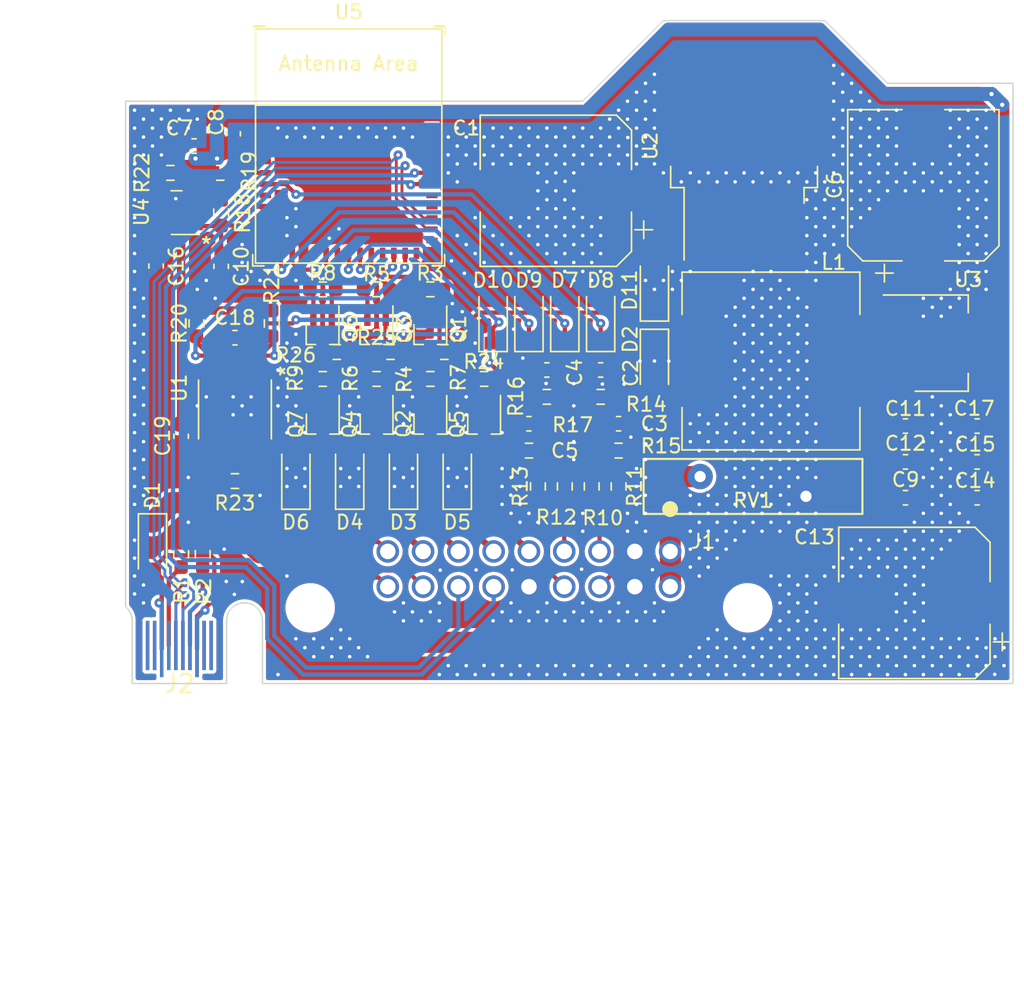
<source format=kicad_pcb>
(kicad_pcb (version 20211014) (generator pcbnew)
  (layers (0 "F.Cu" signal) (31 "B.Cu" signal) (34 "B.Paste" user) (35 "F.Paste" user) (36 "B.SilkS" user "B.Silkscreen") (37 "F.SilkS" user "F.Silkscreen") (38 "B.Mask" user) (39 "F.Mask" user) (44 "Edge.Cuts" user))
  (net 0 "")
  (net 1 "+12V")
  (net 2 "GND")
  (net 3 "GPI0")
  (net 4 "GPI1")
  (net 5 "GPI3")
  (net 6 "GPI4")
  (net 7 "+5V")
  (net 8 "+3V3")
  (net 9 "/RESET_N")
  (net 10 "Net-(C16-Pad1)")
  (net 11 "Net-(D1-Pad2)")
  (net 12 "+15V")
  (net 13 "O6")
  (net 14 "O7")
  (net 15 "O5")
  (net 16 "Net-(D11-Pad1)")
  (net 17 "I0")
  (net 18 "I3")
  (net 19 "UART_TX")
  (net 20 "CAN_TX")
  (net 21 "CANH")
  (net 22 "I1")
  (net 23 "I4")
  (net 24 "UART_RX")
  (net 25 "CANL")
  (net 27 "USB_D-")
  (net 28 "USB_D+")
  (net 29 "Net-(J2-PadB5)")
  (net 30 "Net-(J2-PadA5)")
  (net 32 "GPO6")
  (net 33 "GPO7")
  (net 34 "GPO5")
  (net 35 "Net-(R19-Pad2)")
  (net 36 "CAN_RX")
  (net 37 "Net-(R22-Pad1)")
  (net 52 "O10")
  (net 53 "GPO10")
  (footprint "Package_TO_SOT_SMD:SOT-323_SC-70_Handsoldering" (layer "F.Cu") (at 66.66 101.6 -90)
    (fp_text reference "Q6")
    (fp_text value "DNI")
  )
  (footprint "Capacitor_SMD:CP_Elec_10x10.5" (layer "F.Cu") (at 109.22 91.05 90)
    (fp_text reference "C6")
    (fp_text value "1000μ")
  )
  (footprint "Resistor_SMD:R_0603_1608Metric_Pad0.98x0.95mm_HandSolder" (layer "F.Cu") (at 66.675 104.775)
    (fp_text reference "R9")
    (fp_text value "10K")
  )
  (footprint "Resistor_SMD:R_0603_1608Metric_Pad0.98x0.95mm_HandSolder" (layer "F.Cu") (at 63.0555 100.838 -90)
    (fp_text reference "R21")
    (fp_text value "10K")
  )
  (footprint "Capacitor_SMD:C_0603_1608Metric_Pad1.08x0.95mm_HandSolder" (layer "F.Cu") (at 107.95 110.655)
    (fp_text reference "C12")
    (fp_text value "1μ")
  )
  (footprint "Diode_SMD:D_SOD-123" (layer "F.Cu") (at 64.77 111.76 90)
    (fp_text reference "D6")
    (fp_text value "51V")
  )
  (footprint "Capacitor_SMD:C_0603_1608Metric_Pad1.08x0.95mm_HandSolder" (layer "F.Cu") (at 60.325 87.4025 90)
    (fp_text reference "C8")
    (fp_text value "10n")
  )
  (footprint "Resistor_SMD:R_0603_1608Metric_Pad0.98x0.95mm_HandSolder" (layer "F.Cu") (at 56.642 117.1975 90)
    (fp_text reference "R1")
    (fp_text value "5.1K")
  )
  (footprint "Resistor_SMD:R_0603_1608Metric_Pad0.98x0.95mm_HandSolder" (layer "F.Cu") (at 86.36 106.045 180)
    (fp_text reference "R14")
    (fp_text value "DNI")
  )
  (footprint "Diode_SMD:D_SOD-123" (layer "F.Cu") (at 76.2 111.76 90)
    (fp_text reference "D5")
    (fp_text value "51V")
  )
  (footprint "Capacitor_SMD:C_0603_1608Metric_Pad1.08x0.95mm_HandSolder" (layer "F.Cu") (at 87.63 107.95)
    (fp_text reference "C3")
    (fp_text value "10n")
  )
  (footprint "Resistor_SMD:R_0603_1608Metric_Pad0.98x0.95mm_HandSolder" (layer "F.Cu") (at 59.4125 90.17)
    (fp_text reference "R19")
    (fp_text value "10K")
  )
  (footprint "Diode_SMD:D_SOD-123" (layer "F.Cu") (at 72.39 111.76 90)
    (fp_text reference "D3")
    (fp_text value "51V")
  )
  (footprint "TI:TPS3840DL18DBVR" (layer "F.Cu") (at 56.298501 92.9875 180)
    (fp_text reference "U4")
    (fp_text value "BD5230G-TR" hide)
  )
  (footprint "Diode_SMD:D_SOD-123" (layer "F.Cu") (at 54.61 116.586 -90)
    (fp_text reference "D1")
    (fp_text value "D_Schottky")
  )
  (footprint "Diode_SMD:D_SOD-123" (layer "F.Cu") (at 81.28 100.585 90)
    (fp_text reference "D9")
    (fp_text value "3.3V")
  )
  (footprint "Resistor_SMD:R_0603_1608Metric_Pad0.98x0.95mm_HandSolder" (layer "F.Cu") (at 81.28 109.855)
    (fp_text reference "R17")
    (fp_text value "DNI")
  )
  (footprint "Capacitor_SMD:C_0603_1608Metric_Pad1.08x0.95mm_HandSolder" (layer "F.Cu") (at 107.95 108.115)
    (fp_text reference "C11")
    (fp_text value "0.1μ")
  )
  (footprint "Diode_SMD:D_SOD-123" (layer "F.Cu") (at 86.36 100.584 90)
    (fp_text reference "D8")
    (fp_text value "3.3V")
  )
  (footprint "Capacitor_SMD:C_0603_1608Metric_Pad1.08x0.95mm_HandSolder" (layer "F.Cu") (at 57.5575 88.265 180)
    (fp_text reference "C7")
    (fp_text value "10n")
  )
  (footprint "Package_TO_SOT_SMD:SOT-323_SC-70_Handsoldering" (layer "F.Cu") (at 66.675 107.95 -90)
    (fp_text reference "Q7")
    (fp_text value "BSS138BKW")
  )
  (footprint "Resistor_SMD:R_0603_1608Metric_Pad0.98x0.95mm_HandSolder" (layer "F.Cu") (at 55.88 90.17)
    (fp_text reference "R22")
    (fp_text value "10K")
  )
  (footprint "Package_TO_SOT_SMD:SOT-323_SC-70_Handsoldering" (layer "F.Cu") (at 74.295 107.95 -90)
    (fp_text reference "Q2")
    (fp_text value "BSS138BKW")
  )
  (footprint "Resistor_SMD:R_0603_1608Metric_Pad0.98x0.95mm_HandSolder" (layer "F.Cu") (at 83.82 112.395 90)
    (fp_text reference "R12")
    (fp_text value "1K")
  )
  (footprint "Capacitor_SMD:C_0603_1608Metric_Pad1.08x0.95mm_HandSolder" (layer "F.Cu") (at 113.03 110.655 180)
    (fp_text reference "C15")
    (fp_text value "0.1μ")
  )
  (footprint "Package_TO_SOT_SMD:SOT-223-3_TabPin2" (layer "F.Cu") (at 110.49 102.235)
    (fp_text reference "U3")
    (fp_text value "AMS1117-3.3")
  )
  (footprint "Package_TO_SOT_SMD:TO-263-5_TabPin3" (layer "F.Cu") (at 96.52 88.265 90)
    (fp_text reference "U2")
    (fp_text value "LM2576S-5")
  )
  (footprint "Capacitor_SMD:C_0603_1608Metric_Pad1.08x0.95mm_HandSolder" (layer "F.Cu") (at 82.55 104.14 180)
    (fp_text reference "C4")
    (fp_text value "10n")
  )
  (footprint "Package_TO_SOT_SMD:SOT-323_SC-70_Handsoldering" (layer "F.Cu") (at 70.485 107.95 -90)
    (fp_text reference "Q4")
    (fp_text value "BSS138BKW")
  )
  (footprint "Resistor_SMD:R_0603_1608Metric_Pad0.98x0.95mm_HandSolder" (layer "F.Cu") (at 59.473501 92.9875 -90)
    (fp_text reference "R18")
    (fp_text value "10K")
  )
  (footprint "Capacitor_SMD:C_0603_1608Metric_Pad1.08x0.95mm_HandSolder" (layer "F.Cu") (at 107.95 113.195)
    (fp_text reference "C9")
    (fp_text value "10μ")
  )
  (footprint "Resistor_SMD:R_0603_1608Metric_Pad0.98x0.95mm_HandSolder" (layer "F.Cu") (at 87.63 112.395 90)
    (fp_text reference "R11")
    (fp_text value "1K")
  )
  (footprint "Resistor_SMD:R_0603_1608Metric_Pad0.98x0.95mm_HandSolder" (layer "F.Cu") (at 60.452 112.014)
    (fp_text reference "R23")
    (fp_text value "DNI")
  )
  (footprint "usbc2:USB_TYPE_C_DS_6" (layer "F.Cu") (at 56.515 126.365 180)
    (fp_text reference "J2")
    (fp_text value "USB_C_Receptacle_USB2.0")
  )
  (footprint "Package_TO_SOT_SMD:SOT-323_SC-70_Handsoldering" (layer "F.Cu") (at 70.485 101.6 -90)
    (fp_text reference "Q3")
    (fp_text value "DNI")
  )
  (footprint "Inductor_SMD:L_12x12mm_H4.5mm" (layer "F.Cu") (at 98.425 103.505)
    (fp_text reference "L1")
    (fp_text value "100μ")
  )
  (footprint "Varistor:RV_Disc_D15.5mm_W3.9mm_P7.5mm" (layer "F.Cu") (at 93.405 111.695)
    (fp_text reference "RV1")
    (fp_text value "Varistor")
  )
  (footprint "Resistor_SMD:R_0603_1608Metric_Pad0.98x0.95mm_HandSolder" (layer "F.Cu") (at 82.55 106.045)
    (fp_text reference "R16")
    (fp_text value "DNI")
  )
  (footprint "Capacitor_SMD:CP_Elec_10x10.5" (layer "F.Cu") (at 108.585 120.65 180)
    (fp_text reference "C13")
    (fp_text value "100μ")
  )
  (footprint "Diode_SMD:D_SOD-123" (layer "F.Cu") (at 83.82 100.585 90)
    (fp_text reference "D7")
    (fp_text value "3.3V")
  )
  (footprint "Resistor_SMD:R_0603_1608Metric_Pad0.98x0.95mm_HandSolder" (layer "F.Cu") (at 74.295 98.425 180)
    (fp_text reference "R3")
    (fp_text value "DNI")
  )
  (footprint "Resistor_SMD:R_0603_1608Metric_Pad0.98x0.95mm_HandSolder" (layer "F.Cu") (at 70.485 98.425 180)
    (fp_text reference "R5")
    (fp_text value "DNI")
  )
  (footprint "Capacitor_SMD:C_0603_1608Metric_Pad1.08x0.95mm_HandSolder" (layer "F.Cu") (at 56.642 108.839 -90)
    (fp_text reference "C19")
    (fp_text value "10n")
  )
  (footprint "Resistor_SMD:R_0603_1608Metric_Pad0.98x0.95mm_HandSolder" (layer "F.Cu") (at 75.2875 102.87)
    (fp_text reference "R24")
    (fp_text value "DNI")
  )
  (footprint "Resistor_SMD:R_0603_1608Metric_Pad0.98x0.95mm_HandSolder" (layer "F.Cu") (at 85.725 112.395 90)
    (fp_text reference "R10")
    (fp_text value "1K")
  )
  (footprint "Diode_SMD:D_SOD-123" (layer "F.Cu") (at 90.17 103.505 -90)
    (fp_text reference "D2")
    (fp_text value "D_Schottky")
  )
  (footprint "Resistor_SMD:R_0603_1608Metric_Pad0.98x0.95mm_HandSolder" (layer "F.Cu") (at 67.6675 102.87)
    (fp_text reference "R26")
    (fp_text value "DNI")
  )
  (footprint "Package_TO_SOT_SMD:SOT-323_SC-70_Handsoldering" (layer "F.Cu") (at 74.295 101.6 -90)
    (fp_text reference "Q1")
    (fp_text value "DNI")
  )
  (footprint "Capacitor_SMD:C_0603_1608Metric_Pad1.08x0.95mm_HandSolder" (layer "F.Cu") (at 113.03 108.115 180)
    (fp_text reference "C17")
    (fp_text value "10n")
  )
  (footprint "Capacitor_SMD:C_0603_1608Metric_Pad1.08x0.95mm_HandSolder" (layer "F.Cu") (at 54.864 96.774 -90)
    (fp_text reference "C16")
    (fp_text value "10n")
  )
  (footprint "Resistor_SMD:R_0603_1608Metric_Pad0.98x0.95mm_HandSolder" (layer "F.Cu") (at 70.485 104.775)
    (fp_text reference "R6")
    (fp_text value "10K")
  )
  (footprint "Resistor_SMD:R_0603_1608Metric_Pad0.98x0.95mm_HandSolder" (layer "F.Cu") (at 71.4775 102.87)
    (fp_text reference "R25")
    (fp_text value "DNI")
  )
  (footprint "Capacitor_SMD:C_0603_1608Metric_Pad1.08x0.95mm_HandSolder" (layer "F.Cu") (at 113.03 113.195 180)
    (fp_text reference "C14")
    (fp_text value "1μ")
  )
  (footprint "Capacitor_SMD:C_0603_1608Metric_Pad1.08x0.95mm_HandSolder" (layer "F.Cu") (at 81.28 107.95 180)
    (fp_text reference "C5")
    (fp_text value "10n")
  )
  (footprint "Capacitor_SMD:CP_Elec_10x10.5" (layer "F.Cu") (at 83.185 91.44 180)
    (fp_text reference "C1")
    (fp_text value "100μ")
  )
  (footprint "Diode_SMD:D_SOD-123" (layer "F.Cu") (at 78.74 100.585 90)
    (fp_text reference "D10")
    (fp_text value "3.3V")
  )
  (footprint "Resistor_SMD:R_0603_1608Metric_Pad0.98x0.95mm_HandSolder" (layer "F.Cu") (at 81.915 112.395 90)
    (fp_text reference "R13")
    (fp_text value "1K")
  )
  (footprint "Espressif:ESP32-C3-MINI-1" (layer "F.Cu") (at 68.51 90.965)
    (fp_text reference "U5")
    (fp_text value "ESP32-C3-MINI-1")
  )
  (footprint "Diode_SMD:D_SOD-123" (layer "F.Cu") (at 90.17 98.425 90)
    (fp_text reference "D11")
    (fp_text value "D_Schottky")
  )
  (footprint "Resistor_SMD:R_0603_1608Metric_Pad0.98x0.95mm_HandSolder" (layer "F.Cu") (at 74.295 104.775)
    (fp_text reference "R4")
    (fp_text value "10K")
  )
  (footprint "MX23A:MX23A18NF1" (layer "F.Cu") (at 81.28 127)
    (fp_text reference "J1")
    (fp_text value "Conn_01x18_Male")
  )
  (footprint "Resistor_SMD:R_0603_1608Metric_Pad0.98x0.95mm_HandSolder" (layer "F.Cu") (at 87.63 109.855 180)
    (fp_text reference "R15")
    (fp_text value "DNI")
  )
  (footprint "Microchip:ATA6561-GAQW-N" (layer "F.Cu") (at 60.452 106.934 -90)
    (fp_text reference "U1")
    (fp_text value "ATA6561-GAQW-N" hide)
  )
  (footprint "Resistor_SMD:R_0603_1608Metric_Pad0.98x0.95mm_HandSolder" (layer "F.Cu") (at 66.675 98.425 180)
    (fp_text reference "R8")
    (fp_text value "DNI")
  )
  (footprint "Capacitor_SMD:C_0603_1608Metric_Pad1.08x0.95mm_HandSolder" (layer "F.Cu") (at 59.473501 96.7975 -90)
    (fp_text reference "C10")
    (fp_text value "10n")
  )
  (footprint "Package_TO_SOT_SMD:SOT-323_SC-70_Handsoldering" (layer "F.Cu") (at 78.105 107.95 -90)
    (fp_text reference "Q5")
    (fp_text value "BSS138BKW")
  )
  (footprint "Diode_SMD:D_SOD-123" (layer "F.Cu") (at 68.58 111.76 90)
    (fp_text reference "D4")
    (fp_text value "51V")
  )
  (footprint "Resistor_SMD:R_0603_1608Metric_Pad0.98x0.95mm_HandSolder" (layer "F.Cu") (at 58.166 117.1975 90)
    (fp_text reference "R2")
    (fp_text value "5.1K")
  )
  (footprint "Capacitor_SMD:C_0603_1608Metric_Pad1.08x0.95mm_HandSolder" (layer "F.Cu") (at 60.452 101.854)
    (fp_text reference "C18")
    (fp_text value "10n")
  )
  (footprint "Capacitor_SMD:C_0603_1608Metric_Pad1.08x0.95mm_HandSolder" (layer "F.Cu") (at 86.36 104.14)
    (fp_text reference "C2")
    (fp_text value "10n")
  )
  (footprint "Resistor_SMD:R_0603_1608Metric_Pad0.98x0.95mm_HandSolder" (layer "F.Cu") (at 57.7215 100.838 -90)
    (fp_text reference "R20")
    (fp_text value "10K")
  )
  (footprint "Resistor_SMD:R_0603_1608Metric_Pad0.98x0.95mm_HandSolder" (layer "F.Cu") (at 78.105 104.775)
    (fp_text reference "R7")
    (fp_text value "10K")
  )
  (gr_line (start 114.049439 84.584603) (end 114.816491 85.358444) (layer "B.Cu") (width 1))
  (gr_line (start 115.57 126.365) (end 115.57 83.82) (layer "Edge.Cuts") (width 0.1))
  (gr_line (start 115.57 83.82) (end 106.68 83.82) (layer "Edge.Cuts") (width 0.1))
  (gr_line (start 102.235 79.375) (end 90.805 79.375) (layer "Edge.Cuts") (width 0.1))
  (gr_line (start 59.857365 121.915) (end 59.857365 126.365) (layer "Edge.Cuts") (width 0.1))
  (gr_line (start 85.09 85.09) (end 52.705 85.09) (layer "Edge.Cuts") (width 0.1))
  (gr_line (start 53.173906 121.915) (end 53.173906 126.365) (layer "Edge.Cuts") (width 0.1))
  (gr_line (start 62.402635 126.365) (end 115.57 126.365) (layer "Edge.Cuts") (width 0.1))
  (gr_arc (start 59.857365 121.915) (mid 61.13 120.642365) (end 62.402635 121.915) (layer "Edge.Cuts") (width 0.1))
  (gr_line (start 90.805 79.375) (end 85.09 85.09) (layer "Edge.Cuts") (width 0.1))
  (gr_line (start 52.705 85.09) (end 52.701605 120.924916) (layer "Edge.Cuts") (width 0.1))
  (gr_arc (start 52.701605 120.924916) (mid 53.049784 121.366517) (end 53.173906 121.915) (layer "Edge.Cuts") (width 0.1))
  (gr_line (start 53.173906 126.365) (end 59.857365 126.365) (layer "Edge.Cuts") (width 0.1))
  (gr_line (start 62.402635 121.915) (end 62.402635 126.365) (layer "Edge.Cuts") (width 0.1))
  (gr_line (start 106.68 83.82) (end 102.235 79.375) (layer "Edge.Cuts") (width 0.1))
  (segment (start 76.2 102.87) (end 76.2 101.6) (width 0.3) (layer "F.Cu") (net 1))
  (segment (start 88.138 100.992022) (end 89.000978 101.855) (width 1.5) (layer "F.Cu") (net 1))
  (segment (start 68.58 101.6) (end 68.58 102.87) (width 0.3) (layer "F.Cu") (net 1))
  (segment (start 88.138 92.193) (end 88.138 100.992022) (width 1.5) (layer "F.Cu") (net 1))
  (segment (start 87.385 91.44) (end 88.138 92.193) (width 1.5) (layer "F.Cu") (net 1))
  (segment (start 77.724 100.076) (end 88.138 100.076) (width 0.3) (layer "F.Cu") (net 1))
  (segment (start 72.39 102.87) (end 72.39 101.6) (width 0.3) (layer "F.Cu") (net 1))
  (segment (start 89.000978 101.855) (end 90.17 101.855) (width 1.5) (layer "F.Cu") (net 1))
  (segment (start 76.2 101.6) (end 77.724 100.076) (width 0.3) (layer "F.Cu") (net 1))
  (via (at 76.2 101.6) (size 0.65) (drill 0.25) (layers "F.Cu" "B.Cu") (net 1))
  (via (at 68.58 101.6) (size 0.65) (drill 0.25) (layers "F.Cu" "B.Cu") (net 1))
  (via (at 72.39 101.6) (size 0.65) (drill 0.25) (layers "F.Cu" "B.Cu") (net 1))
  (segment (start 72.39 101.6) (end 76.2 101.6) (width 0.3) (layer "B.Cu") (net 1))
  (segment (start 72.39 101.6) (end 68.58 101.6) (width 0.3) (layer "B.Cu") (net 1))
  (via (at 88.499079 108.897772) (size 0.65) (drill 0.25) (layers "F.Cu" "B.Cu") (net 2))
  (via (at 89.535 110.49) (size 0.65) (drill 0.25) (layers "F.Cu" "B.Cu") (net 2))
  (via (at 53.34 102.235) (size 0.65) (drill 0.25) (layers "F.Cu" "B.Cu") (net 2))
  (via (at 53.975 120.65) (size 0.65) (drill 0.25) (layers "F.Cu" "B.Cu") (net 2))
  (via (at 96.52 123.19) (size 0.65) (drill 0.25) (layers "F.Cu" "B.Cu") (net 2))
  (via (at 67.945 87.63) (size 0.65) (drill 0.25) (layers "F.Cu" "B.Cu") (net 2))
  (via (at 103.505 93.345) (size 0.65) (drill 0.25) (layers "F.Cu" "B.Cu") (net 2))
  (via (at 53.34 89.535) (size 0.65) (drill 0.25) (layers "F.Cu" "B.Cu") (net 2))
  (via (at 99.695 107.315) (size 0.65) (drill 0.25) (layers "F.Cu" "B.Cu") (net 2))
  (via (at 111.125 89.535) (size 0.65) (drill 0.25) (layers "F.Cu" "B.Cu") (net 2))
  (via (at 97.155 103.505) (size 0.65) (drill 0.25) (layers "F.Cu" "B.Cu") (net 2))
  (via (at 96.52 100.33) (size 0.65) (drill 0.25) (layers "F.Cu" "B.Cu") (net 2))
  (via (at 97.155 106.045) (size 0.65) (drill 0.25) (layers "F.Cu" "B.Cu") (net 2))
  (via (at 78.74 88.265) (size 0.65) (drill 0.25) (layers "F.Cu" "B.Cu") (net 2))
  (via (at 85.00856 118.260913) (size 0.65) (drill 0.25) (layers "F.Cu" "B.Cu") (net 2))
  (via (at 109.22 124.46) (size 0.65) (drill 0.25) (layers "F.Cu" "B.Cu") (net 2))
  (via (at 95.885 109.855) (size 0.65) (drill 0.25) (layers "F.Cu" "B.Cu") (net 2))
  (via (at 111.76 109.22) (size 0.65) (drill 0.25) (layers "F.Cu" "B.Cu") (net 2))
  (via (at 102.87 87.63) (size 0.65) (drill 0.25) (layers "F.Cu" "B.Cu") (net 2))
  (via (at 85.725 93.98) (size 0.65) (drill 0.25) (layers "F.Cu" "B.Cu") (net 2))
  (via (at 97.79 105.41) (size 0.65) (drill 0.25) (layers "F.Cu" "B.Cu") (net 2))
  (via (at 101.6 109.22) (size 0.65) (drill 0.25) (layers "F.Cu" "B.Cu") (net 2))
  (via (at 95.25 125.73) (size 0.65) (drill 0.25) (layers "F.Cu" "B.Cu") (net 2))
  (via (at 93.345 90.805) (size 0.65) (drill 0.25) (layers "F.Cu" "B.Cu") (net 2))
  (via (at 112.395 90.805) (size 0.65) (drill 0.25) (layers "F.Cu" "B.Cu") (net 2))
  (via (at 93.345 116.205) (size 0.65) (drill 0.25) (layers "F.Cu" "B.Cu") (net 2))
  (via (at 102.235 93.345) (size 0.65) (drill 0.25) (layers "F.Cu" "B.Cu") (net 2))
  (via (at 104.14 83.82) (size 0.65) (drill 0.25) (layers "F.Cu" "B.Cu") (net 2))
  (via (at 96.52 110.49) (size 0.65) (drill 0.25) (layers "F.Cu" "B.Cu") (net 2))
  (via (at 76.2 89.535) (size 0.65) (drill 0.25) (layers "F.Cu" "B.Cu") (net 2))
  (via (at 109.855 113.665) (size 0.65) (drill 0.25) (layers "F.Cu" "B.Cu") (net 2))
  (via (at 88.9 85.725) (size 0.65) (drill 0.25) (layers "F.Cu" "B.Cu") (net 2))
  (via (at 92.075 90.805) (size 0.65) (drill 0.25) (layers "F.Cu" "B.Cu") (net 2))
  (via (at 104.14 118.11) (size 0.65) (drill 0.25) (layers "F.Cu" "B.Cu") (net 2))
  (via (at 100.965 120.015) (size 0.65) (drill 0.25) (layers "F.Cu" "B.Cu") (net 2))
  (via (at 72.39 86.995) (size 0.65) (drill 0.25) (layers "F.Cu" "B.Cu") (net 2))
  (via (at 111.125 107.315) (size 0.65) (drill 0.25) (layers "F.Cu" "B.Cu") (net 2))
  (via (at 98.410053 122.553509) (size 0.65) (drill 0.25) (layers "F.Cu" "B.Cu") (net 2))
  (via (at 94.615 108.585) (size 0.65) (drill 0.25) (layers "F.Cu" "B.Cu") (net 2))
  (via (at 88.265 85.09) (size 0.65) (drill 0.25) (layers "F.Cu" "B.Cu") (net 2))
  (via (at 111.76 92.71) (size 0.65) (drill 0.25) (layers "F.Cu" "B.Cu") (net 2))
  (via (at 64.135 102.235) (size 0.65) (drill 0.25) (layers "F.Cu" "B.Cu") (net 2))
  (via (at 81.28 125.73) (size 0.65) (drill 0.25) (layers "F.Cu" "B.Cu") (net 2))
  (via (at 77.534257 118.31246) (size 0.65) (drill 0.25) (layers "F.Cu" "B.Cu") (net 2))
  (via (at 87.63 125.73) (size 0.65) (drill 0.25) (layers "F.Cu" "B.Cu") (net 2))
  (via (at 69.215 123.825) (size 0.65) (drill 0.25) (layers "F.Cu" "B.Cu") (net 2))
  (via (at 111.76 111.76) (size 0.65) (drill 0.25) (layers "F.Cu" "B.Cu") (net 2))
  (via (at 62.23 97.79) (size 0.65) (drill 0.25) (layers "F.Cu" "B.Cu") (net 2))
  (via (at 76.835 95.25) (size 0.65) (drill 0.25) (layers "F.Cu" "B.Cu") (net 2))
  (via (at 103.505 86.995) (size 0.65) (drill 0.25) (layers "F.Cu" "B.Cu") (net 2))
  (via (at 113.665 92.075) (size 0.65) (drill 0.25) (layers "F.Cu" "B.Cu") (net 2))
  (via (at 95.885 114.935) (size 0.65) (drill 0.25) (layers "F.Cu" "B.Cu") (net 2))
  (via (at 102.87 95.25) (size 0.65) (drill 0.25) (layers "F.Cu" "B.Cu") (net 2))
  (via (at 99.695 103.505) (size 0.65) (drill 0.25) (layers "F.Cu" "B.Cu") (net 2))
  (via (at 65.405 108.585) (size 0.65) (drill 0.25) (layers "F.Cu" "B.Cu") (net 2))
  (via (at 87.63 85.725) (size 0.65) (drill 0.25) (layers "F.Cu" "B.Cu") (net 2))
  (via (at 64.77 92.71) (size 0.65) (drill 0.25) (layers "F.Cu" "B.Cu") (net 2))
  (via (at 100.33 101.6) (size 0.65) (drill 0.25) (layers "F.Cu" "B.Cu") (net 2))
  (via (at 86.36 93.345) (size 0.65) (drill 0.25) (layers "F.Cu" "B.Cu") (net 2))
  (via (at 95.25 111.76) (size 0.65) (drill 0.25) (layers "F.Cu" "B.Cu") (net 2))
  (via (at 97.155 107.315) (size 0.65) (drill 0.25) (layers "F.Cu" "B.Cu") (net 2))
  (via (at 79.375 87.63) (size 0.65) (drill 0.25) (layers "F.Cu" "B.Cu") (net 2))
  (via (at 99.695 104.775) (size 0.65) (drill 0.25) (layers "F.Cu" "B.Cu") (net 2))
  (via (at 80.01 93.345) (size 0.65) (drill 0.25) (layers "F.Cu" "B.Cu") (net 2))
  (via (at 106.045 123.825) (size 0.65) (drill 0.25) (layers "F.Cu" "B.Cu") (net 2))
  (via (at 88.265 88.9) (size 0.65) (drill 0.25) (layers "F.Cu" "B.Cu") (net 2))
  (via (at 73.025 112.395) (size 0.65) (drill 0.25) (layers "F.Cu" "B.Cu") (net 2))
  (via (at 92.71 113.03) (size 0.65) (drill 0.25) (layers "F.Cu" "B.Cu") (net 2))
  (via (at 80.866133 105.036971) (size 0.65) (drill 0.25) (layers "F.Cu" "B.Cu") (net 2))
  (via (at 111.76 95.25) (size 0.65) (drill 0.25) (layers "F.Cu" "B.Cu") (net 2))
  (via (at 81.915 121.285) (size 0.65) (drill 0.25) (layers "F.Cu" "B.Cu") (net 2))
  (via (at 109.855 111.125) (size 0.65) (drill 0.25) (layers "F.Cu" "B.Cu") (net 2))
  (via (at 77.47 103.505) (size 0.65) (drill 0.25) (layers "F.Cu" "B.Cu") (net 2))
  (via (at 98.425 103.505) (size 0.65) (drill 0.25) (layers "F.Cu" "B.Cu") (net 2))
  (via (at 87.63 88.265) (size 0.65) (drill 0.25) (layers "F.Cu" "B.Cu") (net 2))
  (via (at 62.865 97.155) (size 0.65) (drill 0.25) (layers "F.Cu" "B.Cu") (net 2))
  (via (at 83.82 125.73) (size 0.65) (drill 0.25) (layers "F.Cu" "B.Cu") (net 2))
  (via (at 110.49 114.3) (size 0.65) (drill 0.25) (layers "F.Cu" "B.Cu") (net 2))
  (via (at 100.965 97.155) (size 0.65) (drill 0.25) (layers "F.Cu" "B.Cu") (net 2))
  (via (at 81.915 92.71) (size 0.65) (drill 0.25) (layers "F.Cu" "B.Cu") (net 2))
  (via (at 64.135 93.345) (size 0.65) (drill 0.25) (layers "F.Cu" "B.Cu") (net 2))
  (via (at 53.34 100.965) (size 0.65) (drill 0.25) (layers "F.Cu" "B.Cu") (net 2))
  (via (at 113.665 97.155) (size 0.65) (drill 0.25) (layers "F.Cu" "B.Cu") (net 2))
  (via (at 59.838913 119.127992) (size 0.65) (drill 0.25) (layers "F.Cu" "B.Cu") (net 2))
  (via (at 113.03 90.17) (size 0.65) (drill 0.25) (layers "F.Cu" "B.Cu") (net 2))
  (via (at 100.33 105.41) (size 0.65) (drill 0.25) (layers "F.Cu" "B.Cu") (net 2))
  (via (at 113.03 87.63) (size 0.65) (drill 0.25) (layers "F.Cu" "B.Cu") (net 2))
  (via (at 76.2 125.73) (size 0.65) (drill 0.25) (layers "F.Cu" "B.Cu") (net 2))
  (via (at 78.105 93.98) (size 0.65) (drill 0.25) (layers "F.Cu" "B.Cu") (net 2))
  (via (at 72.39 107.95) (size 0.65) (drill 0.25) (layers "F.Cu" "B.Cu") (net 2))
  (via (at 77.47 88.265) (size 0.65) (drill 0.25) (layers "F.Cu" "B.Cu") (net 2))
  (via (at 83.185 88.9) (size 0.65) (drill 0.25) (layers "F.Cu" "B.Cu") (net 2))
  (via (at 76.2 86.995) (size 0.65) (drill 0.25) (layers "F.Cu" "B.Cu") (net 2))
  (via (at 109.855 112.395) (size 0.65) (drill 0.25) (layers "F.Cu" "B.Cu") (net 2))
  (via (at 76.835 112.395) (size 0.65) (drill 0.25) (layers "F.Cu" "B.Cu") (net 2))
  (via (at 107.315 120.015) (size 0.65) (drill 0.25) (layers "F.Cu" "B.Cu") (net 2))
  (via (at 95.25 106.68) (size 0.65) (drill 0.25) (layers "F.Cu" "B.Cu") (net 2))
  (via (at 64.77 111.76) (size 0.65) (drill 0.25) (layers "F.Cu" "B.Cu") (net 2))
  (via (at 104.775 86.995) (size 0.65) (drill 0.25) (layers "F.Cu" "B.Cu") (net 2))
  (via (at 60.972945 119.139447) (size 0.65) (drill 0.25) (layers "F.Cu" "B.Cu") (net 2))
  (via (at 104.775 118.745) (size 0.65) (drill 0.25) (layers "F.Cu" "B.Cu") (net 2))
  (via (at 98.425 125.095) (size 0.65) (drill 0.25) (layers "F.Cu" "B.Cu") (net 2))
  (via (at 80.645 87.63) (size 0.65) (drill 0.25) (layers "F.Cu" "B.Cu") (net 2))
  (via (at 102.235 118.745) (size 0.65) (drill 0.25) (layers "F.Cu" "B.Cu") (net 2))
  (via (at 84.455 96.52) (size 0.65) (drill 0.25) (layers "F.Cu" "B.Cu") (net 2))
  (via (at 102.235 95.885) (size 0.65) (drill 0.25) (layers "F.Cu" "B.Cu") (net 2))
  (via (at 111.76 88.9) (size 0.65) (drill 0.25) (layers "F.Cu" "B.Cu") (net 2))
  (via (at 109.22 114.3) (size 0.65) (drill 0.25) (layers "F.Cu" "B.Cu") (net 2))
  (via (at 95.25 110.49) (size 0.65) (drill 0.25) (layers "F.Cu" "B.Cu") (net 2))
  (via (at 81.915 125.095) (size 0.65) (drill 0.25) (layers "F.Cu" "B.Cu") (net 2))
  (via (at 53.975 111.76) (size 0.65) (drill 0.25) (layers "F.Cu" "B.Cu") (net 2))
  (via (at 97.155 109.855) (size 0.65) (drill 0.25) (layers "F.Cu" "B.Cu") (net 2))
  (via (at 97.155 111.125) (size 0.65) (drill 0.25) (layers "F.Cu" "B.Cu") (net 2))
  (via (at 102.87 125.73) (size 0.65) (drill 0.25) (layers "F.Cu" "B.Cu") (net 2))
  (via (at 97.79 109.22) (size 0.65) (drill 0.25) (layers "F.Cu" "B.Cu") (net 2))
  (via (at 86.36 125.73) (size 0.65) (drill 0.25) (layers "F.Cu" "B.Cu") (net 2))
  (via (at 98.425 107.315) (size 0.65) (drill 0.25) (layers "F.Cu" "B.Cu") (net 2))
  (via (at 101.6 123.19) (size 0.65) (drill 0.25) (layers "F.Cu" "B.Cu") (net 2))
  (via (at 107.315 123.825) (size 0.65) (drill 0.25) (layers "F.Cu" "B.Cu") (net 2))
  (via (at 112.395 114.935) (size 0.65) (drill 0.25) (layers "F.Cu" "B.Cu") (net 2))
  (via (at 93.98 123.19) (size 0.65) (drill 0.25) (layers "F.Cu" "B.Cu") (net 2))
  (via (at 54.61 88.265) (size 0.65) (drill 0.25) (layers "F.Cu" "B.Cu") (net 2))
  (via (at 100.965 125.095) (size 0.65) (drill 0.25) (layers "F.Cu" "B.Cu") (net 2))
  (via (at 107.95 120.65) (size 0.65) (drill 0.25) (layers "F.Cu" "B.Cu") (net 2))
  (via (at 53.34 86.995) (size 0.65) (drill 0.25) (layers "F.Cu" "B.Cu") (net 2))
  (via (at 92.71 124.46) (size 0.65) (drill 0.25) (layers "F.Cu" "B.Cu") (net 2))
  (via (at 69.215 106.045) (size 0.65) (drill 0.25) (layers "F.Cu" "B.Cu") (net 2))
  (via (at 103.4826 122.553509) (size 0.65) (drill 0.25) (layers "F.Cu" "B.Cu") (net 2))
  (via (at 97.155 90.805) (size 0.65) (drill 0.25) (layers "F.Cu" "B.Cu") (net 2))
  (via (at 95.25 90.17) (size 0.65) (drill 0.25) (layers "F.Cu" "B.Cu") (net 2))
  (via (at 94.615 90.805) (size 0.65) (drill 0.25) (layers "F.Cu" "B.Cu") (net 2))
  (via (at 106.68 116.84) (size 0.65) (drill 0.25) (layers "F.Cu" "B.Cu") (net 2))
  (via (at 64.77 107.95) (size 0.65) (drill 0.25) (layers "F.Cu" "B.Cu") (net 2))
  (via (at 86.36 86.995) (size 0.65) (drill 0.25) (layers "F.Cu" "B.Cu") (net 2))
  (via (at 77.47 95.885) (size 0.65) (drill 0.25) (layers "F.Cu" "B.Cu") (net 2))
  (via (at 72.39 111.76) (size 0.65) (drill 0.25) (layers "F.Cu" "B.Cu") (net 2))
  (via (at 99.695 109.855) (size 0.65) (drill 0.25) (layers "F.Cu" "B.Cu") (net 2))
  (via (at 109.855 107.315) (size 0.65) (drill 0.25) (layers "F.Cu" "B.Cu") (net 2))
  (via (at 103.505 92.075) (size 0.65) (drill 0.25) (layers "F.Cu" "B.Cu") (net 2))
  (via (at 101.6 92.71) (size 0.65) (drill 0.25) (layers "F.Cu" "B.Cu") (net 2))
  (via (at 80.01 111.76) (size 0.65) (drill 0.25) (layers "F.Cu" "B.Cu") (net 2))
  (via (at 109.855 89.535) (size 0.65) (drill 0.25) (layers "F.Cu" "B.Cu") (net 2))
  (via (at 102.87 92.71) (size 0.65) (drill 0.25) (layers "F.Cu" "B.Cu") (net 2))
  (via (at 77.47 86.995) (size 0.65) (drill 0.25) (layers "F.Cu" "B.Cu") (net 2))
  (via (at 95.885 111.125) (size 0.65) (drill 0.25) (layers "F.Cu" "B.Cu") (net 2))
  (via (at 112.395 94.615) (size 0.65) (drill 0.25) (layers "F.Cu" "B.Cu") (net 2))
  (via (at 110.49 99.06) (size 0.65) (drill 0.25) (layers "F.Cu" "B.Cu") (net 2))
  (via (at 90.797507 121.268563) (size 0.65) (drill 0.25) (layers "F.Cu" "B.Cu") (net 2))
  (via (at 92.71 118.11) (size 0.65) (drill 0.25) (layers "F.Cu" "B.Cu") (net 2))
  (via (at 97.785017 102.860545) (size 0.65) (drill 0.25) (layers "F.Cu" "B.Cu") (net 2))
  (via (at 80.645 113.665) (size 0.65) (drill 0.25) (layers "F.Cu" "B.Cu") (net 2))
  (via (at 97.79 101.6) (size 0.65) (drill 0.25) (layers "F.Cu" "B.Cu") (net 2))
  (via (at 110.49 90.17) (size 0.65) (drill 0.25) (layers "F.Cu" "B.Cu") (net 2))
  (via (at 83.82 95.885) (size 0.65) (drill 0.25) (layers "F.Cu" "B.Cu") (net 2))
  (via (at 100.965 122.555) (size 0.65) (drill 0.25) (layers "F.Cu" "B.Cu") (net 2))
  (via (at 85.09 95.885) (size 0.65) (drill 0.25) (layers "F.Cu" "B.Cu") (net 2))
  (via (at 107.315 118.745) (size 0.65) (drill 0.25) (layers "F.Cu" "B.Cu") (net 2))
  (via (at 101.6 97.79) (size 0.65) (drill 0.25) (layers "F.Cu" "B.Cu") (net 2))
  (via (at 82.55 125.73) (size 0.65) (drill 0.25) (layers "F.Cu" "B.Cu") (net 2))
  (via (at 82.55 120.65) (size 0.65) (drill 0.25) (layers "F.Cu" "B.Cu") (net 2))
  (via (at 95.885 102.235) (size 0.65) (drill 0.25) (layers "F.Cu" "B.Cu") (net 2))
  (via (at 104.775 125.095) (size 0.65) (drill 0.25) (layers "F.Cu" "B.Cu") (net 2))
  (via (at 99.057999 106.675017) (size 0.65) (drill 0.25) (layers "F.Cu" "B.Cu") (net 2))
  (via (at 99.695 111.125) (size 0.65) (drill 0.25) (layers "F.Cu" "B.Cu") (net 2))
  (via (at 85.725 88.9) (size 0.65) (drill 0.25) (layers "F.Cu" "B.Cu") (net 2))
  (via (at 83.185 90.17) (size 0.65) (drill 0.25) (layers "F.Cu" "B.Cu") (net 2))
  (via (at 112.395 97.155) (size 0.65) (drill 0.25) (layers "F.Cu" "B.Cu") (net 2))
  (via (at 53.975 109.22) (size 0.65) (drill 0.25) (layers "F.Cu" "B.Cu") (net 2))
  (via (at 68.58 104.14) (size 0.65) (drill 0.25) (layers "F.Cu" "B.Cu") (net 2))
  (via (at 111.76 96.52) (size 0.65) (drill 0.25) (layers "F.Cu" "B.Cu") (net 2))
  (via (at 93.98 125.73) (size 0.65) (drill 0.25) (layers "F.Cu" "B.Cu") (net 2))
  (via (at 98.425 90.805) (size 0.65) (drill 0.25) (layers "F.Cu" "B.Cu") (net 2))
  (via (at 97.155 114.935) (size 0.65) (drill 0.25) (layers "F.Cu" "B.Cu") (net 2))
  (via (at 109.855 99.695) (size 0.65) (drill 0.25) (layers "F.Cu" "B.Cu") (net 2))
  (via (at 87.63 120.65) (size 0.65) (drill 0.25) (layers "F.Cu" "B.Cu") (net 2))
  (via (at 77.504691 98.079026) (size 0.65) (drill 0.25) (layers "F.Cu" "B.Cu") (net 2))
  (via (at 53.34 107.315) (size 0.65) (drill 0.25) (layers "F.Cu" "B.Cu") (net 2))
  (via (at 110.49 124.46) (size 0.65) (drill 0.25) (layers "F.Cu" "B.Cu") (net 2))
  (via (at 99.06 90.17) (size 0.65) (drill 0.25) (layers "F.Cu" "B.Cu") (net 2))
  (via (at 77.47 102.235) (size 0.65) (drill 0.25) (layers "F.Cu" "B.Cu") (net 2))
  (via (at 106.045 85.725) (size 0.65) (drill 0.25) (layers "F.Cu" "B.Cu") (net 2))
  (via (at 97.155 104.775) (size 0.65) (drill 0.25) (layers "F.Cu" "B.Cu") (net 2))
  (via (at 95.25 114.3) (size 0.65) (drill 0.25) (layers "F.Cu" "B.Cu") (net 2))
  (via (at 53.34 98.425) (size 0.65) (drill 0.25) (layers "F.Cu" "B.Cu") (net 2))
  (via (at 97.79 90.17) (size 0.65) (drill 0.25) (layers "F.Cu" "B.Cu") (net 2))
  (via (at 98.425 106.045) (size 0.65) (drill 0.25) (layers "F.Cu" "B.Cu") (net 2))
  (via (at 96.52 97.79) (size 0.65) (drill 0.25) (layers "F.Cu" "B.Cu") (net 2))
  (via (at 77.47 89.535) (size 0.65) (drill 0.25) (layers "F.Cu" "B.Cu") (net 2))
  (via (at 98.425 99.695) (size 0.65) (drill 0.25) (layers "F.Cu" "B.Cu") (net 2))
  (via (at 98.425 108.585) (size 0.65) (drill 0.25) (layers "F.Cu" "B.Cu") (net 2))
  (via (at 99.06 105.41) (size 0.65) (drill 0.25) (layers "F.Cu" "B.Cu") (net 2))
  (via (at 101.6 96.52) (size 0.65) (drill 0.25) (layers "F.Cu" "B.Cu") (net 2))
  (via (at 114.3 123.19) (size 0.65) (drill 0.25) (layers "F.Cu" "B.Cu") (net 2))
  (via (at 82.55 88.265) (size 0.65) (drill 0.25) (layers "F.Cu" "B.Cu") (net 2))
  (via (at 113.665 89.535) (size 0.65) (drill 0.25) (layers "F.Cu" "B.Cu") (net 2))
  (via (at 97.79 106.68) (size 0.65) (drill 0.25) (layers "F.Cu" "B.Cu") (net 2))
  (via (at 65.405 112.395) (size 0.65) (drill 0.25) (layers "F.Cu" "B.Cu") (net 2))
  (via (at 100.33 119.38) (size 0.65) (drill 0.25) (layers "F.Cu" "B.Cu") (net 2))
  (via (at 83.185 95.25) (size 0.65) (drill 0.25) (layers "F.Cu" "B.Cu") (net 2))
  (via (at 74.991275 118.329643) (size 0.65) (drill 0.25) (layers "F.Cu" "B.Cu") (net 2))
  (via (at 53.975 88.9) (size 0.65) (drill 0.25) (layers "F.Cu" "B.Cu") (net 2))
  (via (at 97.155 113.665) (size 0.65) (drill 0.25) (layers "F.Cu" "B.Cu") (net 2))
  (via (at 80.01 125.73) (size 0.65) (drill 0.25) (layers "F.Cu" "B.Cu") (net 2))
  (via (at 99.06 123.19) (size 0.65) (drill 0.25) (layers "F.Cu" "B.Cu") (net 2))
  (via (at 100.965 93.345) (size 0.65) (drill 0.25) (layers "F.Cu" "B.Cu") (net 2))
  (via (at 98.425 111.125) (size 0.65) (drill 0.25) (layers "F.Cu" "B.Cu") (net 2))
  (via (at 96.52 90.17) (size 0.65) (drill 0.25) (layers "F.Cu" "B.Cu") (net 2))
  (via (at 83.185 87.63) (size 0.65) (drill 0.25) (layers "F.Cu" "B.Cu") (net 2))
  (via (at 65.405 123.825) (size 0.65) (drill 0.25) (layers "F.Cu" "B.Cu") (net 2))
  (via (at 67.31 86.995) (size 0.65) (drill 0.25) (layers "F.Cu" "B.Cu") (net 2))
  (via (at 96.52 113.03) (size 0.65) (drill 0.25) (layers "F.Cu" "B.Cu") (net 2))
  (via (at 91.44 125.73) (size 0.65) (drill 0.25) (layers "F.Cu" "B.Cu") (net 2))
  (via (at 85.725 95.25) (size 0.65) (drill 0.25) (layers "F.Cu" "B.Cu") (net 2))
  (via (at 109.855 114.935) (size 0.65) (drill 0.25) (layers "F.Cu" "B.Cu") (net 2))
  (via (at 96.52 125.73) (size 0.65) (drill 0.25) (layers "F.Cu" "B.Cu") (net 2))
  (via (at 88.9 89.535) (size 0.65) (drill 0.25) (layers "F.Cu" "B.Cu") (net 2))
  (via (at 83.82 89.535) (size 0.65) (drill 0.25) (layers "F.Cu" "B.Cu") (net 2))
  (via (at 85.725 121.285) (size 0.65) (drill 0.25) (layers "F.Cu" "B.Cu") (net 2))
  (via (at 68.58 124.46) (size 0.65) (drill 0.25) (layers "F.Cu" "B.Cu") (net 2))
  (via (at 81.28 86.995) (size 0.65) (drill 0.25) (layers "F.Cu" "B.Cu") (net 2))
  (via (at 102.87 85.09) (size 0.65) (drill 0.25) (layers "F.Cu" "B.Cu") (net 2))
  (via (at 68.58 107.95) (size 0.65) (drill 0.25) (layers "F.Cu" "B.Cu") (net 2))
  (via (at 104.14 116.84) (size 0.65) (drill 0.25) (layers "F.Cu" "B.Cu") (net 2))
  (via (at 85.725 125.095) (size 0.65) (drill 0.25) (layers "F.Cu" "B.Cu") (net 2))
  (via (at 109.855 125.095) (size 0.65) (drill 0.25) (layers "F.Cu" "B.Cu") (net 2))
  (via (at 102.235 94.615) (size 0.65) (drill 0.25) (layers "F.Cu" "B.Cu") (net 2))
  (via (at 89.535 85.09) (size 0.65) (drill 0.25) (layers "F.Cu" "B.Cu") (net 2))
  (via (at 113.665 98.425) (size 0.65) (drill 0.25) (layers "F.Cu" "B.Cu") (net 2))
  (via (at 64.77 105.41) (size 0.65) (drill 0.25) (layers "F.Cu" "B.Cu") (net 2))
  (via (at 94.615 125.095) (size 0.65) (drill 0.25) (layers "F.Cu" "B.Cu") (net 2))
  (via (at 96.52 124.46) (size 0.65) (drill 0.25) (layers "F.Cu" "B.Cu") (net 2))
  (via (at 101.6 120.65) (size 0.65) (drill 0.25) (layers "F.Cu" "B.Cu") (net 2))
  (via (at 91.44 98.425) (size 0.65) (drill 0.25) (layers "F.Cu" "B.Cu") (net 2))
  (via (at 106.68 123.19) (size 0.65) (drill 0.25) (layers "F.Cu" "B.Cu") (net 2))
  (via (at 107.95 121.92) (size 0.65) (drill 0.25) (layers "F.Cu" "B.Cu") (net 2))
  (via (at 60.411656 120.044382) (size 0.65) (drill 0.25) (layers "F.Cu" "B.Cu") (net 2))
  (via (at 79.375 113.665) (size 0.65) (drill 0.25) (layers "F.Cu" "B.Cu") (net 2))
  (via (at 103.505 88.265) (size 0.65) (drill 0.25) (layers "F.Cu" "B.Cu") (net 2))
  (via (at 98.425 97.155) (size 0.65) (drill 0.25) (layers "F.Cu" "B.Cu") (net 2))
  (via (at 93.98 115.57) (size 0.65) (drill 0.25) (layers "F.Cu" "B.Cu") (net 2))
  (via (at 103.505 89.535) (size 0.65) (drill 0.25) (layers "F.Cu" "B.Cu") (net 2))
  (via (at 84.455 87.63) (size 0.65) (drill 0.25) (layers "F.Cu" "B.Cu") (net 2))
  (via (at 85.09 89.535) (size 0.65) (drill 0.25) (layers "F.Cu" "B.Cu") (net 2))
  (via (at 102.87 82.55) (size 0.65) (drill 0.25) (layers "F.Cu" "B.Cu") (net 2))
  (via (at 101.6 91.44) (size 0.65) (drill 0.25) (layers "F.Cu" "B.Cu") (net 2))
  (via (at 63.5 106.68) (size 0.65) (drill 0.25) (layers "F.Cu" "B.Cu") (net 2))
  (via (at 81.28 121.92) (size 0.65) (drill 0.25) (layers "F.Cu" "B.Cu") (net 2))
  (via (at 114.3 124.46) (size 0.65) (drill 0.25) (layers "F.Cu" "B.Cu") (net 2))
  (via (at 109.22 121.92) (size 0.65) (drill 0.25) (layers "F.Cu" "B.Cu") (net 2))
  (via (at 111.76 93.98) (size 0.65) (drill 0.25) (layers "F.Cu" "B.Cu") (net 2))
  (via (at 78.105 88.9) (size 0.65) (drill 0.25) (layers "F.Cu" "B.Cu") (net 2))
  (via (at 107.95 91.44) (size 0.65) (drill 0.25) (layers "F.Cu" "B.Cu") (net 2))
  (via (at 80.645 121.285) (size 0.65) (drill 0.25) (layers "F.Cu" "B.Cu") (net 2))
  (via (at 99.695 113.665) (size 0.65) (drill 0.25) (layers "F.Cu" "B.Cu") (net 2))
  (via (at 104.775 116.205) (size 0.65) (drill 0.25) (layers "F.Cu" "B.Cu") (net 2))
  (via (at 64.77 97.79) (size 0.65) (drill 0.25) (layers "F.Cu" "B.Cu") (net 2))
  (via (at 112.395 95.885) (size 0.65) (drill 0.25) (layers "F.Cu" "B.Cu") (net 2))
  (via (at 106.68 118.11) (size 0.65) (drill 0.25) (layers "F.Cu" "B.Cu") (net 2))
  (via (at 62.23 113.03) (size 0.65) (drill 0.25) (layers "F.Cu" "B.Cu") (net 2))
  (via (at 114.935 125.095) (size 0.65) (drill 0.25) (layers "F.Cu" "B.Cu") (net 2))
  (via (at 85.09 86.995) (size 0.65) (drill 0.25) (layers "F.Cu" "B.Cu") (net 2))
  (via (at 99.695 123.825) (size 0.65) (drill 0.25) (layers "F.Cu" "B.Cu") (net 2))
  (via (at 96.52 111.76) (size 0.65) (drill 0.25) (layers "F.Cu" "B.Cu") (net 2))
  (via (at 93.98 114.3) (size 0.65) (drill 0.25) (layers "F.Cu" "B.Cu") (net 2))
  (via (at 53.34 92.075) (size 0.65) (drill 0.25) (layers "F.Cu" "B.Cu") (net 2))
  (via (at 90.805 97.79) (size 0.65) (drill 0.25) (layers "F.Cu" "B.Cu") (net 2))
  (via (at 99.695 122.555) (size 0.65) (drill 0.25) (layers "F.Cu" "B.Cu") (net 2))
  (via (at 90.17 98.425) (size 0.65) (drill 0.25) (layers "F.Cu" "B.Cu") (net 2))
  (via (at 84.455 95.25) (size 0.65) (drill 0.25) (layers "F.Cu" "B.Cu") (net 2))
  (via (at 101.6 90.17) (size 0.65) (drill 0.25) (layers "F.Cu" "B.Cu") (net 2))
  (via (at 97.79 100.33) (size 0.65) (drill 0.25) (layers "F.Cu" "B.Cu") (net 2))
  (via (at 71.755 87.63) (size 0.65) (drill 0.25) (layers "F.Cu" "B.Cu") (net 2))
  (via (at 73.025 106.045) (size 0.65) (drill 0.25) (layers "F.Cu" "B.Cu") (net 2))
  (via (at 92.71 116.84) (size 0.65) (drill 0.25) (layers "F.Cu" "B.Cu") (net 2))
  (via (at 83.836436 86.977072) (size 0.65) (drill 0.25) (layers "F.Cu" "B.Cu") (net 2))
  (via (at 84.455 88.9) (size 0.65) (drill 0.25) (layers "F.Cu" "B.Cu") (net 2))
  (via (at 76.2 111.76) (size 0.65) (drill 0.25) (layers "F.Cu" "B.Cu") (net 2))
  (via (at 81.915 87.63) (size 0.65) (drill 0.25) (layers "F.Cu" "B.Cu") (net 2))
  (via (at 93.345 118.745) (size 0.65) (drill 0.25) (layers "F.Cu" "B.Cu") (net 2))
  (via (at 97.155 123.825) (size 0.65) (drill 0.25) (layers "F.Cu" "B.Cu") (net 2))
  (via (at 78.74 125.73) (size 0.65) (drill 0.25) (layers "F.Cu" "B.Cu") (net 2))
  (via (at 111.125 125.095) (size 0.65) (drill 0.25) (layers "F.Cu" "B.Cu") (net 2))
  (via (at 99.06 120.65) (size 0.65) (drill 0.25) (layers "F.Cu" "B.Cu") (net 2))
  (via (at 97.155 102.235) (size 0.65) (drill 0.25) (layers "F.Cu" "B.Cu") (net 2))
  (via (at 86.995 125.095) (size 0.65) (drill 0.25) (layers "F.Cu" "B.Cu") (net 2))
  (via (at 113.665 93.345) (size 0.65) (drill 0.25) (layers "F.Cu" "B.Cu") (net 2))
  (via (at 107.315 86.995) (size 0.65) (drill 0.25) (layers "F.Cu" "B.Cu") (net 2))
  (via (at 100.965 109.855) (size 0.65) (drill 0.25) (layers "F.Cu" "B.Cu") (net 2))
  (via (at 82.55 93.345) (size 0.65) (drill 0.25) (layers "F.Cu" "B.Cu") (net 2))
  (via (at 86.995 87.63) (size 0.65) (drill 0.25) (layers "F.Cu" "B.Cu") (net 2))
  (via (at 53.34 104.775) (size 0.65) (drill 0.25) (layers "F.Cu" "B.Cu") (net 2))
  (via (at 85.09 115.57) (size 0.65) (drill 0.25) (layers "F.Cu" "B.Cu") (net 2))
  (via (at 98.425 112.395) (size 0.65) (drill 0.25) (layers "F.Cu" "B.Cu") (net 2))
  (via (at 80.645 125.095) (size 0.65) (drill 0.25) (layers "F.Cu" "B.Cu") (net 2))
  (via (at 55.88 85.725) (size 0.65) (drill 0.25) (layers "F.Cu" "B.Cu") (net 2))
  (via (at 90.17 120.65) (size 0.65) (drill 0.25) (layers "F.Cu" "B.Cu") (net 2))
  (via (at 107.302289 117.474254) (size 0.65) (drill 0.25) (layers "F.Cu" "B.Cu") (net 2))
  (via (at 70.485 87.63) (size 0.65) (drill 0.25) (layers "F.Cu" "B.Cu") (net 2))
  (via (at 106.045 117.475) (size 0.65) (drill 0.25) (layers "F.Cu" "B.Cu") (net 2))
  (via (at 80.194441 101.248717) (size 0.65) (drill 0.25) (layers "F.Cu" "B.Cu") (net 2))
  (via (at 102.235 125.095) (size 0.65) (drill 0.25) (layers "F.Cu" "B.Cu") (net 2))
  (via (at 96.469198 109.202072) (size 0.65) (drill 0.25) (layers "F.Cu" "B.Cu") (net 2))
  (via (at 102.87 83.82) (size 0.65) (drill 0.25) (layers "F.Cu" "B.Cu") (net 2))
  (via (at 63.5 125.73) (size 0.65) (drill 0.25) (layers "F.Cu" "B.Cu") (net 2))
  (via (at 72.39 104.14) (size 0.65) (drill 0.25) (layers "F.Cu" "B.Cu") (net 2))
  (via (at 96.52 101.6) (size 0.65) (drill 0.25) (layers "F.Cu" "B.Cu") (net 2))
  (via (at 82.492725 105.094245) (size 0.65) (drill 0.25) (layers "F.Cu" "B.Cu") (net 2))
  (via (at 103.505 84.455) (size 0.65) (drill 0.25) (layers "F.Cu" "B.Cu") (net 2))
  (via (at 105.41 91.44) (size 0.65) (drill 0.25) (layers "F.Cu" "B.Cu") (net 2))
  (via (at 53.34 109.855) (size 0.65) (drill 0.25) (layers "F.Cu" "B.Cu") (net 2))
  (via (at 105.41 87.63) (size 0.65) (drill 0.25) (layers "F.Cu" "B.Cu") (net 2))
  (via (at 99.695 108.585) (size 0.65) (drill 0.25) (layers "F.Cu" "B.Cu") (net 2))
  (via (at 95.249254 107.947763) (size 0.65) (drill 0.25) (layers "F.Cu" "B.Cu") (net 2))
  (via (at 53.34 117.475) (size 0.65) (drill 0.25) (layers "F.Cu" "B.Cu") (net 2))
  (via (at 66.695364 97.674602) (size 0.65) (drill 0.25) (layers "F.Cu" "B.Cu") (net 2))
  (via (at 53.34 120.015) (size 0.65) (drill 0.25) (layers "F.Cu" "B.Cu") (net 2))
  (via (at 64.77 104.14) (size 0.65) (drill 0.25) (layers "F.Cu" "B.Cu") (net 2))
  (via (at 64.135 103.505) (size 0.65) (drill 0.25) (layers "F.Cu" "B.Cu") (net 2))
  (via (at 83.185 92.71) (size 0.65) (drill 0.25) (layers "F.Cu" "B.Cu") (net 2))
  (via (at 93.98 124.46) (size 0.65) (drill 0.25) (layers "F.Cu" "B.Cu") (net 2))
  (via (at 72.39 105.41) (size 0.65) (drill 0.25) (layers "F.Cu" "B.Cu") (net 2))
  (via (at 106.68 87.63) (size 0.65) (drill 0.25) (layers "F.Cu" "B.Cu") (net 2))
  (via (at 76.2 88.265) (size 0.65) (drill 0.25) (layers "F.Cu" "B.Cu") (net 2))
  (via (at 93.98 113.03) (size 0.65) (drill 0.25) (layers "F.Cu" "B.Cu") (net 2))
  (via (at 111.11378 116.204254) (size 0.65) (drill 0.25) (layers "F.Cu" "B.Cu") (net 2))
  (via (at 53.34 99.695) (size 0.65) (drill 0.25) (layers "F.Cu" "B.Cu") (net 2))
  (via (at 99.06 110.49) (size 0.65) (drill 0.25) (layers "F.Cu" "B.Cu") (net 2))
  (via (at 96.52 106.68) (size 0.65) (drill 0.25) (layers "F.Cu" "B.Cu") (net 2))
  (via (at 98.425 102.235) (size 0.65) (drill 0.25) (layers "F.Cu" "B.Cu") (net 2))
  (via (at 64.135 118.745) (size 0.65) (drill 0.25) (layers "F.Cu" "B.Cu") (net 2))
  (via (at 53.34 112.395) (size 0.65) (drill 0.25) (layers "F.Cu" "B.Cu") (net 2))
  (via (at 109.22 119.38) (size 0.65) (drill 0.25) (layers "F.Cu" "B.Cu") (net 2))
  (via (at 90.17 88.265) (size 0.65) (drill 0.25) (layers "F.Cu" "B.Cu") (net 2))
  (via (at 113.03 86.36) (size 0.65) (drill 0.25) (layers "F.Cu" "B.Cu") (net 2))
  (via (at 96.52 114.3) (size 0.65) (drill 0.25) (layers "F.Cu" "B.Cu") (net 2))
  (via (at 109.855 116.205) (size 0.65) (drill 0.25) (layers "F.Cu" "B.Cu") (net 2))
  (via (at 101.6 93.98) (size 0.65) (drill 0.25) (layers "F.Cu" "B.Cu") (net 2))
  (via (at 111.76 114.3) (size 0.65) (drill 0.25) (layers "F.Cu" "B.Cu") (net 2))
  (via (at 103.505 125.095) (size 0.65) (drill 0.25) (layers "F.Cu" "B.Cu") (net 2))
  (via (at 58.42 106.045) (size 0.65) (drill 0.25) (layers "F.Cu" "B.Cu") (net 2))
  (via (at 76.2 90.805) (size 0.65) (drill 0.25) (layers "F.Cu" "B.Cu") (net 2))
  (via (at 99.695 120.015) (size 0.65) (drill 0.25) (layers "F.Cu" "B.Cu") (net 2))
  (via (at 100.965 95.885) (size 0.65) (drill 0.25) (layers "F.Cu" "B.Cu") (net 2))
  (via (at 72.39 120.65) (size 0.65) (drill 0.25) (layers "F.Cu" "B.Cu") (net 2))
  (via (at 109.855 108.585) (size 0.65) (drill 0.25) (layers "F.Cu" "B.Cu") (net 2))
  (via (at 99.695 98.425) (size 0.65) (drill 0.25) (layers "F.Cu" "B.Cu") (net 2))
  (via (at 107.315 121.285) (size 0.65) (drill 0.25) (layers "F.Cu" "B.Cu") (net 2))
  (via (at 112.395 93.345) (size 0.65) (drill 0.25) (layers "F.Cu" "B.Cu") (net 2))
  (via (at 69.215 87.63) (size 0.65) (drill 0.25) (layers "F.Cu" "B.Cu") (net 2))
  (via (at 79.375 125.095) (size 0.65) (drill 0.25) (layers "F.Cu" "B.Cu") (net 2))
  (via (at 73.025 111.125) (size 0.65) (drill 0.25) (layers "F.Cu" "B.Cu") (net 2))
  (via (at 111.125 85.725) (size 0.65) (drill 0.25) (layers "F.Cu" "B.Cu") (net 2))
  (via (at 99.06 107.95) (size 0.65) (drill 0.25) (layers "F.Cu" "B.Cu") (net 2))
  (via (at 66.675 123.825) (size 0.65) (drill 0.25) (layers "F.Cu" "B.Cu") (net 2))
  (via (at 99.695 102.235) (size 0.65) (drill 0.25) (layers "F.Cu" "B.Cu") (net 2))
  (via (at 100.965 100.965) (size 0.65) (drill 0.25) (layers "F.Cu" "B.Cu") (net 2))
  (via (at 92.075 97.79) (size 0.65) (drill 0.25) (layers "F.Cu" "B.Cu") (net 2))
  (via (at 100.965 90.805) (size 0.65) (drill 0.25) (layers "F.Cu" "B.Cu") (net 2))
  (via (at 103.505 123.825) (size 0.65) (drill 0.25) (layers "F.Cu" "B.Cu") (net 2))
  (via (at 78.105 87.63) (size 0.65) (drill 0.25) (layers "F.Cu" "B.Cu") (net 2))
  (via (at 108.585 125.095) (size 0.65) (drill 0.25) (layers "F.Cu" "B.Cu") (net 2))
  (via (at 84.455 110.49) (size 0.65) (drill 0.25) (layers "F.Cu" "B.Cu") (net 2))
  (via (at 84.455 121.285) (size 0.65) (drill 0.25) (layers "F.Cu" "B.Cu") (net 2))
  (via (at 81.28 93.345) (size 0.65) (drill 0.25) (layers "F.Cu" "B.Cu") (net 2))
  (via (at 53.975 110.49) (size 0.65) (drill 0.25) (layers "F.Cu" "B.Cu") (net 2))
  (via (at 60.96 106.68) (size 0.65) (drill 0.25) (layers "F.Cu" "B.Cu") (net 2))
  (via (at 104.14 92.71) (size 0.65) (drill 0.25) (layers "F.Cu" "B.Cu") (net 2))
  (via (at 97.79 114.3) (size 0.65) (drill 0.25) (layers "F.Cu" "B.Cu") (net 2))
  (via (at 113.03 92.71) (size 0.65) (drill 0.25) (layers "F.Cu" "B.Cu") (net 2))
  (via (at 100.33 121.92) (size 0.65) (drill 0.25) (layers "F.Cu" "B.Cu") (net 2))
  (via (at 108.570799 116.204254) (size 0.65) (drill 0.25) (layers "F.Cu" "B.Cu") (net 2))
  (via (at 110.49 116.84) (size 0.65) (drill 0.25) (layers "F.Cu" "B.Cu") (net 2))
  (via (at 76.835 88.9) (size 0.65) (drill 0.25) (layers "F.Cu" "B.Cu") (net 2))
  (via (at 76.2 94.615) (size 0.65) (drill 0.25) (layers "F.Cu" "B.Cu") (net 2))
  (via (at 78.74 121.92) (size 0.65) (drill 0.25) (layers "F.Cu" "B.Cu") (net 2))
  (via (at 109.22 90.17) (size 0.65) (drill 0.25) (layers "F.Cu" "B.Cu") (net 2))
  (via (at 89.535 88.9) (size 0.65) (drill 0.25) (layers "F.Cu" "B.Cu") (net 2))
  (via (at 69.215 111.125) (size 0.65) (drill 0.25) (layers "F.Cu" "B.Cu") (net 2))
  (via (at 102.235 122.555) (size 0.65) (drill 0.25) (layers "F.Cu" "B.Cu") (net 2))
  (via (at 95.885 103.505) (size 0.65) (drill 0.25) (layers "F.Cu" "B.Cu") (net 2))
  (via (at 79.375 112.395) (size 0.65) (drill 0.25) (layers "F.Cu" "B.Cu") (net 2))
  (via (at 67.945 112.395) (size 0.65) (drill 0.25) (layers "F.Cu" "B.Cu") (net 2))
  (via (at 104.775 89.535) (size 0.65) (drill 0.25) (layers "F.Cu" "B.Cu") (net 2))
  (via (at 103.505 94.615) (size 0.65) (drill 0.25) (layers "F.Cu" "B.Cu") (net 2))
  (via (at 97.79 104.14) (size 0.65) (drill 0.25) (layers "F.Cu" "B.Cu") (net 2))
  (via (at 67.945 111.125) (size 0.65) (drill 0.25) (layers "F.Cu" "B.Cu") (net 2))
  (via (at 107.95 118.11) (size 0.65) (drill 0.25) (layers "F.Cu" "B.Cu") (net 2))
  (via (at 60.325 107.315) (size 0.65) (drill 0.25) (layers "F.Cu" "B.Cu") (net 2))
  (via (at 82.55 89.535) (size 0.65) (drill 0.25) (layers "F.Cu" "B.Cu") (net 2))
  (via (at 64.77 123.19) (size 0.65) (drill 0.25) (layers "F.Cu" "B.Cu") (net 2))
  (via (at 102.87 88.9) (size 0.65) (drill 0.25) (layers "F.Cu" "B.Cu") (net 2))
  (via (at 109.22 111.76) (size 0.65) (drill 0.25) (layers "F.Cu" "B.Cu") (net 2))
  (via (at 74.93 125.73) (size 0.65) (drill 0.25) (layers "F.Cu" "B.Cu") (net 2))
  (via (at 94.615 123.825) (size 0.65) (drill 0.25) (layers "F.Cu" "B.Cu") (net 2))
  (via (at 110.49 106.68) (size 0.65) (drill 0.25) (layers "F.Cu" "B.Cu") (net 2))
  (via (at 84.455 92.71) (size 0.65) (drill 0.25) (layers "F.Cu" "B.Cu") (net 2))
  (via (at 78.74 86.995) (size 0.65) (drill 0.25) (layers "F.Cu" "B.Cu") (net 2))
  (via (at 76.835 87.63) (size 0.65) (drill 0.25) (layers "F.Cu" "B.Cu") (net 2))
  (via (at 99.06 102.87) (size 0.65) (drill 0.25) (layers "F.Cu" "B.Cu") (net 2))
  (via (at 101.6 125.73) (size 0.65) (drill 0.25) (layers "F.Cu" "B.Cu") (net 2))
  (via (at 94.615 107.315) (size 0.65) (drill 0.25) (layers "F.Cu" "B.Cu") (net 2))
  (via (at 73.66 121.92) (size 0.65) (drill 0.25) (layers "F.Cu" "B.Cu") (net 2))
  (via (at 111.76 91.44) (size 0.65) (drill 0.25) (layers "F.Cu" "B.Cu") (net 2))
  (via (at 64.135 107.315) (size 0.65) (drill 0.25) (layers "F.Cu" "B.Cu") (net 2))
  (via (at 53.34 97.155) (size 0.65) (drill 0.25) (layers "F.Cu" "B.Cu") (net 2))
  (via (at 100.33 102.87) (size 0.65) (drill 0.25) (layers "F.Cu" "B.Cu") (net 2))
  (via (at 53.975 100.33) (size 0.65) (drill 0.25) (layers "F.Cu" "B.Cu") (net 2))
  (via (at 57.785 98.425) (size 0.65) (drill 0.25) (layers "F.Cu" "B.Cu") (net 2))
  (via (at 67.945 123.825) (size 0.65) (drill 0.25) (layers "F.Cu" "B.Cu") (net 2))
  (via (at 99.06 121.92) (size 0.65) (drill 0.25) (layers "F.Cu" "B.Cu") (net 2))
  (via (at 58.42 97.79) (size 0.65) (drill 0.25) (layers "F.Cu" "B.Cu") (net 2))
  (via (at 104.775 84.455) (size 0.65) (drill 0.25) (layers "F.Cu" "B.Cu") (net 2))
  (via (at 66.04 86.995) (size 0.65) (drill 0.25) (layers "F.Cu" "B.Cu") (net 2))
  (via (at 109.22 109.22) (size 0.65) (drill 0.25) (layers "F.Cu" "B.Cu") (net 2))
  (via (at 95.885 100.965) (size 0.65) (drill 0.25) (layers "F.Cu" "B.Cu") (net 2))
  (via (at 100.33 124.46) (size 0.65) (drill 0.25) (layers "F.Cu" "B.Cu") (net 2))
  (via (at 87.63 86.995) (size 0.65) (drill 0.25) (layers "F.Cu" "B.Cu") (net 2))
  (via (at 104.759308 117.474254) (size 0.65) (drill 0.25) (layers "F.Cu" "B.Cu") (net 2))
  (via (at 109.855 123.825) (size 0.65) (drill 0.25) (layers "F.Cu" "B.Cu") (net 2))
  (via (at 89.535 97.79) (size 0.65) (drill 0.25) (layers "F.Cu" "B.Cu") (net 2))
  (via (at 96.52 107.95) (size 0.65) (drill 0.25) (layers "F.Cu" "B.Cu") (net 2))
  (via (at 100.965 118.745) (size 0.65) (drill 0.25) (layers "F.Cu" "B.Cu") (net 2))
  (via (at 88.9 112.395) (size 0.65) (drill 0.25) (layers "F.Cu" "B.Cu") (net 2))
  (via (at 86.995 86.36) (size 0.65) (drill 0.25) (layers "F.Cu" "B.Cu") (net 2))
  (via (at 97.788509 99.057018) (size 0.65) (drill 0.25) (layers "F.Cu" "B.Cu") (net 2))
  (via (at 93.98 90.17) (size 0.65) (drill 0.25) (layers "F.Cu" "B.Cu") (net 2))
  (via (at 82.55 90.805) (size 0.65) (drill 0.25) (layers "F.Cu" "B.Cu") (net 2))
  (via (at 85.725 96.52) (size 0.65) (drill 0.25) (layers "F.Cu" "B.Cu") (net 2))
  (via (at 99.695 99.695) (size 0.65) (drill 0.25) (layers "F.Cu" "B.Cu") (net 2))
  (via (at 112.395 85.725) (size 0.65) (drill 0.25) (layers "F.Cu" "B.Cu") (net 2))
  (via (at 84.455 97.79) (size 0.65) (drill 0.25) (layers "F.Cu" "B.Cu") (net 2))
  (via (at 111.125 98.425) (size 0.65) (drill 0.25) (layers "F.Cu" "B.Cu") (net 2))
  (via (at 74.295 121.285) (size 0.65) (drill 0.25) (layers "F.Cu" "B.Cu") (net 2))
  (via (at 108.585 118.745) (size 0.65) (drill 0.25) (layers "F.Cu" "B.Cu") (net 2))
  (via (at 104.14 93.98) (size 0.65) (drill 0.25) (layers "F.Cu" "B.Cu") (net 2))
  (via (at 107.31649 116.204254) (size 0.65) (drill 0.25) (layers "F.Cu" "B.Cu") (net 2))
  (via (at 75.565 90.17) (size 0.65) (drill 0.25) (layers "F.Cu" "B.Cu") (net 2))
  (via (at 76.2 106.68) (size 0.65) (drill 0.25) (layers "F.Cu" "B.Cu") (net 2))
  (via (at 106.68 125.73) (size 0.65) (drill 0.25) (layers "F.Cu" "B.Cu") (net 2))
  (via (at 64.77 93.98) (size 0.65) (drill 0.25) (layers "F.Cu" "B.Cu") (net 2))
  (via (at 97.155 98.425) (size 0.65) (drill 0.25) (layers "F.Cu" "B.Cu") (net 2))
  (via (at 100.33 104.14) (size 0.65) (drill 0.25) (layers "F.Cu" "B.Cu") (net 2))
  (via (at 64.135 87.63) (size 0.65) (drill 0.25) (layers "F.Cu" "B.Cu") (net 2))
  (via (at 93.345 108.585) (size 0.65) (drill 0.25) (layers "F.Cu" "B.Cu") (net 2))
  (via (at 100.965 111.125) (size 0.65) (drill 0.25) (layers "F.Cu" "B.Cu") (net 2))
  (via (at 54.606508 85.720527) (size 0.65) (drill 0.25) (layers "F.Cu" "B.Cu") (net 2))
  (via (at 110.49 109.22) (size 0.65) (drill 0.25) (layers "F.Cu" "B.Cu") (net 2))
  (via (at 86.36 97.155) (size 0.65) (drill 0.25) (layers "F.Cu" "B.Cu") (net 2))
  (via (at 95.885 104.775) (size 0.65) (drill 0.25) (layers "F.Cu" "B.Cu") (net 2))
  (via (at 96.52 115.57) (size 0.65) (drill 0.25) (layers "F.Cu" "B.Cu") (net 2))
  (via (at 102.87 91.44) (size 0.65) (drill 0.25) (layers "F.Cu" "B.Cu") (net 2))
  (via (at 89.139061 103.504999) (size 0.65) (drill 0.25) (layers "F.Cu" "B.Cu") (net 2))
  (via (at 100.965 114.935) (size 0.65) (drill 0.25) (layers "F.Cu" "B.Cu") (net 2))
  (via (at 110.49 111.76) (size 0.65) (drill 0.25) (layers "F.Cu" "B.Cu") (net 2))
  (via (at 110.49 115.57) (size 0.65) (drill 0.25) (layers "F.Cu" "B.Cu") (net 2))
  (via (at 113.012817 124.443563) (size 0.65) (drill 0.25) (layers "F.Cu" "B.Cu") (net 2))
  (via (at 75.565 112.395) (size 0.65) (drill 0.25) (layers "F.Cu" "B.Cu") (net 2))
  (via (at 105.41 86.36) (size 0.65) (drill 0.25) (layers "F.Cu" "B.Cu") (net 2))
  (via (at 89.535 115.57) (size 0.65) (drill 0.25) (layers "F.Cu" "B.Cu") (net 2))
  (via (at 68.58 123.19) (size 0.65) (drill 0.25) (layers "F.Cu" "B.Cu") (net 2))
  (via (at 99.046544 109.219254) (size 0.65) (drill 0.25) (layers "F.Cu" "B.Cu") (net 2))
  (via (at 99.06 125.73) (size 0.65) (drill 0.25) (layers "F.Cu" "B.Cu") (net 2))
  (via (at 83.185 121.285) (size 0.65) (drill 0.25) (layers "F.Cu" "B.Cu") (net 2))
  (via (at 73.025 107.315) (size 0.65) (drill 0.25) (layers "F.Cu" "B.Cu") (net 2))
  (via (at 108.585 89.535) (size 0.65) (drill 0.25) (layers "F.Cu" "B.Cu") (net 2))
  (via (at 53.337763 108.582018) (size 0.65) (drill 0.25) (layers "F.Cu" "B.Cu") (net 2))
  (via (at 108.585 117.475) (size 0.65) (drill 0.25) (layers "F.Cu" "B.Cu") (net 2))
  (via (at 64.135 108.585) (size 0.65) (drill 0.25) (layers "F.Cu" "B.Cu") (net 2))
  (via (at 108.585 122.555) (size 0.65) (drill 0.25) (layers "F.Cu" "B.Cu") (net 2))
  (via (at 95.885 90.805) (size 0.65) (drill 0.25) (layers "F.Cu" "B.Cu") (net 2))
  (via (at 110.49 100.33) (size 0.65) (drill 0.25) (layers "F.Cu" "B.Cu") (net 2))
  (via (at 88.9 113.665) (size 0.65) (drill 0.25) (layers "F.Cu" "B.Cu") (net 2))
  (via (at 85.09 125.73) (size 0.65) (drill 0.25) (layers "F.Cu" "B.Cu") (net 2))
  (via (at 99.695 100.965) (size 0.65) (drill 0.25) (layers "F.Cu" "B.Cu") (net 2))
  (via (at 111.76 99.06) (size 0.65) (drill 0.25) (layers "F.Cu" "B.Cu") (net 2))
  (via (at 95.25 123.19) (size 0.65) (drill 0.25) (layers "F.Cu" "B.Cu") (net 2))
  (via (at 113.665 125.095) (size 0.65) (drill 0.25) (layers "F.Cu" "B.Cu") (net 2))
  (via (at 53.34 106.045) (size 0.65) (drill 0.25) (layers "F.Cu" "B.Cu") (net 2))
  (via (at 81.28 114.3) (size 0.65) (drill 0.25) (layers "F.Cu" "B.Cu") (net 2))
  (via (at 103.505 85.725) (size 0.65) (drill 0.25) (layers "F.Cu" "B.Cu") (net 2))
  (via (at 100.33 109.22) (size 0.65) (drill 0.25) (layers "F.Cu" "B.Cu") (net 2))
  (via (at 76.835 106.045) (size 0.65) (drill 0.25) (layers "F.Cu" "B.Cu") (net 2))
  (via (at 104.14 90.17) (size 0.65) (drill 0.25) (layers "F.Cu" "B.Cu") (net 2))
  (via (at 113.665 85.725) (size 0.65) (drill 0.25) (layers "F.Cu" "B.Cu") (net 2))
  (via (at 99.695 121.285) (size 0.65) (drill 0.25) (layers "F.Cu" "B.Cu") (net 2))
  (via (at 109.855 90.805) (size 0.65) (drill 0.25) (layers "F.Cu" "B.Cu") (net 2))
  (via (at 97.79 123.19) (size 0.65) (drill 0.25) (layers "F.Cu" "B.Cu") (net 2))
  (via (at 97.79 97.79) (size 0.65) (drill 0.25) (layers "F.Cu" "B.Cu") (net 2))
  (via (at 110.49 91.44) (size 0.65) (drill 0.25) (layers "F.Cu" "B.Cu") (net 2))
  (via (at 85.09 114.3) (size 0.65) (drill 0.25) (layers "F.Cu" "B.Cu") (net 2))
  (via (at 83.185 91.44) (size 0.65) (drill 0.25) (layers "F.Cu" "B.Cu") (net 2))
  (via (at 78.74 97.155) (size 0.65) (drill 0.25) (layers "F.Cu" "B.Cu") (net 2))
  (via (at 84.455 93.98) (size 0.65) (drill 0.25) (layers "F.Cu" "B.Cu") (net 2))
  (via (at 95.885 107.315) (size 0.65) (drill 0.25) (layers "F.Cu" "B.Cu") (net 2))
  (via (at 55.241508 86.350545) (size 0.65) (drill 0.25) (layers "F.Cu" "B.Cu") (net 2))
  (via (at 95.25 124.46) (size 0.65) (drill 0.25) (layers "F.Cu" "B.Cu") (net 2))
  (via (at 97.79 111.76) (size 0.65) (drill 0.25) (layers "F.Cu" "B.Cu") (net 2))
  (via (at 113.665 94.615) (size 0.65) (drill 0.25) (layers "F.Cu" "B.Cu") (net 2))
  (via (at 97.155 108.585) (size 0.65) (drill 0.25) (layers "F.Cu" "B.Cu") (net 2))
  (via (at 111.125 99.695) (size 0.65) (drill 0.25) (layers "F.Cu" "B.Cu") (net 2))
  (via (at 84.443545 105.112173) (size 0.65) (drill 0.25) (layers "F.Cu" "B.Cu") (net 2))
  (via (at 76.702632 97.287367) (size 0.65) (drill 0.25) (layers "F.Cu" "B.Cu") (net 2))
  (via (at 68.58 111.76) (size 0.65) (drill 0.25) (layers "F.Cu" "B.Cu") (net 2))
  (via (at 108.585 114.935) (size 0.65) (drill 0.25) (layers "F.Cu" "B.Cu") (net 2))
  (via (at 89.535 111.76) (size 0.65) (drill 0.25) (layers "F.Cu" "B.Cu") (net 2))
  (via (at 111.125 111.125) (size 0.65) (drill 0.25) (layers "F.Cu" "B.Cu") (net 2))
  (via (at 96.52 104.14) (size 0.65) (drill 0.25) (layers "F.Cu" "B.Cu") (net 2))
  (via (at 53.34 94.615) (size 0.65) (drill 0.25) (layers "F.Cu" "B.Cu") (net 2))
  (via (at 80.01 120.65) (size 0.65) (drill 0.25) (layers "F.Cu" "B.Cu") (net 2))
  (via (at 100.33 107.95) (size 0.65) (drill 0.25) (layers "F.Cu" "B.Cu") (net 2))
  (via (at 109.855 117.475) (size 0.65) (drill 0.25) (layers "F.Cu" "B.Cu") (net 2))
  (via (at 107.95 123.19) (size 0.65) (drill 0.25) (layers "F.Cu" "B.Cu") (net 2))
  (via (at 88.265 115.57) (size 0.65) (drill 0.25) (layers "F.Cu" "B.Cu") (net 2))
  (via (at 61.595 106.045) (size 0.65) (drill 0.25) (layers "F.Cu" "B.Cu") (net 2))
  (via (at 84.455 91.44) (size 0.65) (drill 0.25) (layers "F.Cu" "B.Cu") (net 2))
  (via (at 97.79 115.57) (size 0.65) (drill 0.25) (layers "F.Cu" "B.Cu") (net 2))
  (via (at 102.87 124.46) (size 0.65) (drill 0.25) (layers "F.Cu" "B.Cu") (net 2))
  (via (at 85.09 94.615) (size 0.65) (drill 0.25) (layers "F.Cu" "B.Cu") (net 2))
  (via (at 77.47 125.73) (size 0.65) (drill 0.25) (layers "F.Cu" "B.Cu") (net 2))
  (via (at 78.098527 125.087363) (size 0.65) (drill 0.25) (layers "F.Cu" "B.Cu") (net 2))
  (via (at 101.6 119.38) (size 0.65) (drill 0.25) (layers "F.Cu" "B.Cu") (net 2))
  (via (at 76.835 111.125) (size 0.65) (drill 0.25) (layers "F.Cu" "B.Cu") (net 2))
  (via (at 93.345 117.475) (size 0.65) (drill 0.25) (layers "F.Cu" "B.Cu") (net 2))
  (via (at 105.395053 116.838509) (size 0.65) (drill 0.25) (layers "F.Cu" "B.Cu") (net 2))
  (via (at 86.36 121.92) (size 0.65) (drill 0.25) (layers "F.Cu" "B.Cu") (net 2))
  (via (at 100.965 103.505) (size 0.65) (drill 0.25) (layers "F.Cu" "B.Cu") (net 2))
  (via (at 100.33 100.33) (size 0.65) (drill 0.25) (layers "F.Cu" "B.Cu") (net 2))
  (via (at 75.565 87.63) (size 0.65) (drill 0.25) (layers "F.Cu" "B.Cu") (net 2))
  (via (at 107.95 119.38) (size 0.65) (drill 0.25) (layers "F.Cu" "B.Cu") (net 2))
  (via (at 66.04 124.46) (size 0.65) (drill 0.25) (layers "F.Cu" "B.Cu") (net 2))
  (via (at 104.771273 122.553509) (size 0.65) (drill 0.25) (layers "F.Cu" "B.Cu") (net 2))
  (via (at 99.06 97.79) (size 0.65) (drill 0.25) (layers "F.Cu" "B.Cu") (net 2))
  (via (at 78.74 89.535) (size 0.65) (drill 0.25) (layers "F.Cu" "B.Cu") (net 2))
  (via (at 98.425 98.425) (size 0.65) (drill 0.25) (layers "F.Cu" "B.Cu") (net 2))
  (via (at 82.55 95.885) (size 0.65) (drill 0.25) (layers "F.Cu" "B.Cu") (net 2))
  (via (at 111.125 86.995) (size 0.65) (drill 0.25) (layers "F.Cu" "B.Cu") (net 2))
  (via (at 95.885 123.825) (size 0.65) (drill 0.25) (layers "F.Cu" "B.Cu") (net 2))
  (via (at 92.71 125.73) (size 0.65) (drill 0.25) (layers "F.Cu" "B.Cu") (net 2))
  (via (at 68.58 86.995) (size 0.65) (drill 0.25) (layers "F.Cu" "B.Cu") (net 2))
  (via (at 95.25 116.84) (size 0.65) (drill 0.25) (layers "F.Cu" "B.Cu") (net 2))
  (via (at 105.41 125.73) (size 0.65) (drill 0.25) (layers "F.Cu" "B.Cu") (net 2))
  (via (at 73.025 121.285) (size 0.65) (drill 0.25) (layers "F.Cu" "B.Cu") (net 2))
  (via (at 84.455 109.22) (size 0.65) (drill 0.25) (layers "F.Cu" "B.Cu") (net 2))
  (via (at 103.505 90.805) (size 0.65) (drill 0.25) (layers "F.Cu" "B.Cu") (net 2))
  (via (at 60.96 95.25) (size 0.65) (drill 0.25) (layers "F.Cu" "B.Cu") (net 2))
  (via (at 100.334472 123.189254) (size 0.65) (drill 0.25) (layers "F.Cu" "B.Cu") (net 2))
  (via (at 89.535 125.095) (size 0.65) (drill 0.25) (layers "F.Cu" "B.Cu") (net 2))
  (via (at 104.14 88.9) (size 0.65) (drill 0.25) (layers "F.Cu" "B.Cu") (net 2))
  (via (at 100.965 104.775) (size 0.65) (drill 0.25) (layers "F.Cu" "B.Cu") (net 2))
  (via (at 112.395 86.995) (size 0.65) (drill 0.25) (layers "F.Cu" "B.Cu") (net 2))
  (via (at 53.34 88.265) (size 0.65) (drill 0.25) (layers "F.Cu" "B.Cu") (net 2))
  (via (at 82.55 94.615) (size 0.65) (drill 0.25) (layers "F.Cu" "B.Cu") (net 2))
  (via (at 80.01 121.92) (size 0.65) (drill 0.25) (layers "F.Cu" "B.Cu") (net 2))
  (via (at 105.395053 118.109999) (size 0.65) (drill 0.25) (layers "F.Cu" "B.Cu") (net 2))
  (via (at 97.79 125.73) (size 0.65) (drill 0.25) (layers "F.Cu" "B.Cu") (net 2))
  (via (at 109.22 125.73) (size 0.65) (drill 0.25) (layers "F.Cu" "B.Cu") (net 2))
  (via (at 80.09442 118.31246) (size 0.65) (drill 0.25) (layers "F.Cu" "B.Cu") (net 2))
  (via (at 98.42649 104.773509) (size 0.65) (drill 0.25) (layers "F.Cu" "B.Cu") (net 2))
  (via (at 64.77 106.68) (size 0.65) (drill 0.25) (layers "F.Cu" "B.Cu") (net 2))
  (via (at 99.06 100.33) (size 0.65) (drill 0.25) (layers "F.Cu" "B.Cu") (net 2))
  (via (at 93.345 113.665) (size 0.65) (drill 0.25) (layers "F.Cu" "B.Cu") (net 2))
  (via (at 112.395 92.075) (size 0.65) (drill 0.25) (layers "F.Cu" "B.Cu") (net 2))
  (via (at 111.76 90.17) (size 0.65) (drill 0.25) (layers "F.Cu" "B.Cu") (net 2))
  (via (at 94.615 117.475) (size 0.65) (drill 0.25) (layers "F.Cu" "B.Cu") (net 2))
  (via (at 86.995 121.285) (size 0.65) (drill 0.25) (layers "F.Cu" "B.Cu") (net 2))
  (via (at 56.515 86.36) (size 0.65) (drill 0.25) (layers "F.Cu" "B.Cu") (net 2))
  (via (at 69.215 108.585) (size 0.65) (drill 0.25) (layers "F.Cu" "B.Cu") (net 2))
  (via (at 101.6 121.92) (size 0.65) (drill 0.25) (layers "F.Cu" "B.Cu") (net 2))
  (via (at 106.68 88.9) (size 0.65) (drill 0.25) (layers "F.Cu" "B.Cu") (net 2))
  (via (at 104.14 86.36) (size 0.65) (drill 0.25) (layers "F.Cu" "B.Cu") (net 2))
  (via (at 104.775 85.725) (size 0.65) (drill 0.25) (layers "F.Cu" "B.Cu") (net 2))
  (via (at 59.055 99.06) (size 0.65) (drill 0.25) (layers "F.Cu" "B.Cu") (net 2))
  (via (at 80.645 96.52) (size 0.65) (drill 0.25) (layers "F.Cu" "B.Cu") (net 2))
  (via (at 53.975 86.36) (size 0.65) (drill 0.25) (layers "F.Cu" "B.Cu") (net 2))
  (via (at 99.695 125.095) (size 0.65) (drill 0.25) (layers "F.Cu" "B.Cu") (net 2))
  (via (at 107.315 90.805) (size 0.65) (drill 0.25) (layers "F.Cu" "B.Cu") (net 2))
  (via (at 101.6 107.95) (size 0.65) (drill 0.25) (layers "F.Cu" "B.Cu") (net 2))
  (via (at 100.33 120.65) (size 0.65) (drill 0.25) (layers "F.Cu" "B.Cu") (net 2))
  (via (at 71.755 121.285) (size 0.65) (drill 0.25) (layers "F.Cu" "B.Cu") (net 2))
  (via (at 104.14 87.63) (size 0.65) (drill 0.25) (layers "F.Cu" "B.Cu") (net 2))
  (via (at 65.405 87.63) (size 0.65) (drill 0.25) (layers "F.Cu" "B.Cu") (net 2))
  (via (at 57.785 106.68) (size 0.65) (drill 0.25) (layers "F.Cu" "B.Cu") (net 2))
  (via (at 60.96 97.79) (size 0.65) (drill 0.25) (layers "F.Cu" "B.Cu") (net 2))
  (via (at 90.17 125.73) (size 0.65) (drill 0.25) (layers "F.Cu" "B.Cu") (net 2))
  (via (at 111.76 115.57) (size 0.65) (drill 0.25) (layers "F.Cu" "B.Cu") (net 2))
  (via (at 95.25 113.03) (size 0.65) (drill 0.25) (layers "F.Cu" "B.Cu") (net 2))
  (via (at 64.77 102.87) (size 0.65) (drill 0.25) (layers "F.Cu" "B.Cu") (net 2))
  (via (at 88.9 114.935) (size 0.65) (drill 0.25) (layers "F.Cu" "B.Cu") (net 2))
  (via (at 100.33 115.57) (size 0.65) (drill 0.25) (layers "F.Cu" "B.Cu") (net 2))
  (via (at 97.155 112.395) (size 0.65) (drill 0.25) (layers "F.Cu" "B.Cu") (net 2))
  (via (at 106.614997 86.360745) (size 0.65) (drill 0.25) (layers "F.Cu" "B.Cu") (net 2))
  (via (at 113.01317 125.715799) (size 0.65) (drill 0.25) (layers "F.Cu" "B.Cu") (net 2))
  (via (at 111.76 125.73) (size 0.65) (drill 0.25) (layers "F.Cu" "B.Cu") (net 2))
  (via (at 93.345 107.315) (size 0.65) (drill 0.25) (layers "F.Cu" "B.Cu") (net 2))
  (via (at 104.14 124.46) (size 0.65) (drill 0.25) (layers "F.Cu" "B.Cu") (net 2))
  (via (at 80.645 112.395) (size 0.65) (drill 0.25) (layers "F.Cu" "B.Cu") (net 2))
  (via (at 113.665 123.825) (size 0.65) (drill 0.25) (layers "F.Cu" "B.Cu") (net 2))
  (via (at 76.835 107.315) (size 0.65) (drill 0.25) (layers "F.Cu" "B.Cu") (net 2))
  (via (at 110.49 107.95) (size 0.65) (drill 0.25) (layers "F.Cu" "B.Cu") (net 2))
  (via (at 90.17 121.92) (size 0.65) (drill 0.25) (layers "F.Cu" "B.Cu") (net 2))
  (via (at 96.52 105.41) (size 0.65) (drill 0.25) (layers "F.Cu" "B.Cu") (net 2))
  (via (at 64.135 111.125) (size 0.65) (drill 0.25) (layers "F.Cu" "B.Cu") (net 2))
  (via (at 88.9 88.265) (size 0.65) (drill 0.25) (layers "F.Cu" "B.Cu") (net 2))
  (via (at 87.63 121.92) (size 0.65) (drill 0.25) (layers "F.Cu" "B.Cu") (net 2))
  (via (at 100.33 111.76) (size 0.65) (drill 0.25) (layers "F.Cu" "B.Cu") (net 2))
  (via (at 76.2 105.41) (size 0.65) (drill 0.25) (layers "F.Cu" "B.Cu") (net 2))
  (via (at 76.552664 100.009263) (size 0.65) (drill 0.25) (layers "F.Cu" "B.Cu") (net 2))
  (via (at 79.375 95.25) (size 0.65) (drill 0.25) (layers "F.Cu" "B.Cu") (net 2))
  (via (at 106.68 90.17) (size 0.65) (drill 0.25) (layers "F.Cu" "B.Cu") (net 2))
  (via (at 94.615 113.665) (size 0.65) (drill 0.25) (layers "F.Cu" "B.Cu") (net 2))
  (via (at 57.15 85.725) (size 0.65) (drill 0.25) (layers "F.Cu" "B.Cu") (net 2))
  (via (at 104.14 91.44) (size 0.65) (drill 0.25) (layers "F.Cu" "B.Cu") (net 2))
  (via (at 90.17 86.995) (size 0.65) (drill 0.25) (layers "F.Cu" "B.Cu") (net 2))
  (via (at 95.885 116.205) (size 0.65) (drill 0.25) (layers "F.Cu" "B.Cu") (net 2))
  (via (at 81.28 97.155) (size 0.65) (drill 0.25) (layers "F.Cu" "B.Cu") (net 2))
  (via (at 105.41 92.71) (size 0.65) (drill 0.25) (layers "F.Cu" "B.Cu") (net 2))
  (via (at 83.82 88.265) (size 0.65) (drill 0.25) (layers "F.Cu" "B.Cu") (net 2))
  (via (at 69.215 112.395) (size 0.65) (drill 0.25) (layers "F.Cu" "B.Cu") (net 2))
  (via (at 64.135 112.395) (size 0.65) (drill 0.25) (layers "F.Cu" "B.Cu") (net 2))
  (via (at 100.965 99.695) (size 0.65) (drill 0.25) (layers "F.Cu" "B.Cu") (net 2))
  (via (at 81.915 90.17) (size 0.65) (drill 0.25) (layers "F.Cu" "B.Cu") (net 2))
  (via (at 85.09 120.65) (size 0.65) (drill 0.25) (layers "F.Cu" "B.Cu") (net 2))
  (via (at 98.425 118.745) (size 0.65) (drill 0.25) (layers "F.Cu" "B.Cu") (net 2))
  (via (at 97.79 110.49) (size 0.65) (drill 0.25) (layers "F.Cu" "B.Cu") (net 2))
  (via (at 111.125 123.825) (size 0.65) (drill 0.25) (layers "F.Cu" "B.Cu") (net 2))
  (via (at 83.82 121.92) (size 0.65) (drill 0.25) (layers "F.Cu" "B.Cu") (net 2))
  (via (at 86.36 95.885) (size 0.65) (drill 0.25) (layers "F.Cu" "B.Cu") (net 2))
  (via (at 80.01 95.885) (size 0.65) (drill 0.25) (layers "F.Cu" "B.Cu") (net 2))
  (via (at 90.17 89.535) (size 0.65) (drill 0.25) (layers "F.Cu" "B.Cu") (net 2))
  (via (at 75.553035 111.121273) (size 0.65) (drill 0.25) (layers "F.Cu" "B.Cu") (net 2))
  (via (at 111.76 124.46) (size 0.65) (drill 0.25) (layers "F.Cu" "B.Cu") (net 2))
  (via (at 53.975 105.41) (size 0.65) (drill 0.25) (layers "F.Cu" "B.Cu") (net 2))
  (via (at 83.185 93.98) (size 0.65) (drill 0.25) (layers "F.Cu" "B.Cu") (net 2))
  (via (at 68.58 106.68) (size 0.65) (drill 0.25) (layers "F.Cu" "B.Cu") (net 2))
  (via (at 89.564382 108.244845) (size 0.65) (drill 0.25) (layers "F.Cu" "B.Cu") (net 2))
  (via (at 106.68 124.46) (size 0.65) (drill 0.25) (layers "F.Cu" "B.Cu") (net 2))
  (via (at 102.235 90.805) (size 0.65) (drill 0.25) (layers "F.Cu" "B.Cu") (net 2))
  (via (at 102.87 93.98) (size 0.65) (drill 0.25) (layers "F.Cu" "B.Cu") (net 2))
  (via (at 60.96 96.52) (size 0.65) (drill 0.25) (layers "F.Cu" "B.Cu") (net 2))
  (via (at 69.85 124.46) (size 0.65) (drill 0.25) (layers "F.Cu" "B.Cu") (net 2))
  (via (at 102.87 86.36) (size 0.65) (drill 0.25) (layers "F.Cu" "B.Cu") (net 2))
  (via (at 100.965 106.045) (size 0.65) (drill 0.25) (layers "F.Cu" "B.Cu") (net 2))
  (via (at 90.17 85.725) (size 0.65) (drill 0.25) (layers "F.Cu" "B.Cu") (net 2))
  (via (at 112.395 89.535) (size 0.65) (drill 0.25) (layers "F.Cu" "B.Cu") (net 2))
  (via (at 99.06 111.76) (size 0.65) (drill 0.25) (layers "F.Cu" "B.Cu") (net 2))
  (via (at 109.22 123.19) (size 0.65) (drill 0.25) (layers "F.Cu" "B.Cu") (net 2))
  (via (at 90.025794 118.295278) (size 0.65) (drill 0.25) (layers "F.Cu" "B.Cu") (net 2))
  (via (at 112.395 125.095) (size 0.65) (drill 0.25) (layers "F.Cu" "B.Cu") (net 2))
  (via (at 107.95 90.17) (size 0.65) (drill 0.25) (layers "F.Cu" "B.Cu") (net 2))
  (via (at 99.06 99.06) (size 0.65) (drill 0.25) (layers "F.Cu" "B.Cu") (net 2))
  (via (at 76.835 108.585) (size 0.65) (drill 0.25) (layers "F.Cu" "B.Cu") (net 2))
  (via (at 113.03 88.9) (size 0.65) (drill 0.25) (layers "F.Cu" "B.Cu") (net 2))
  (via (at 81.28 94.615) (size 0.65) (drill 0.25) (layers "F.Cu" "B.Cu") (net 2))
  (via (at 77.47 93.345) (size 0.65) (drill 0.25) (layers "F.Cu" "B.Cu") (net 2))
  (via (at 113.03 123.19) (size 0.65) (drill 0.25) (layers "F.Cu" "B.Cu") (net 2))
  (via (at 83.82 92.075) (size 0.65) (drill 0.25) (layers "F.Cu" "B.Cu") (net 2))
  (via (at 67.818996 94.138877) (size 0.65) (drill 0.25) (layers "F.Cu" "B.Cu") (net 2))
  (via (at 92.71 115.57) (size 0.65) (drill 0.25) (layers "F.Cu" "B.Cu") (net 2))
  (via (at 105.41 124.46) (size 0.65) (drill 0.25) (layers "F.Cu" "B.Cu") (net 2))
  (via (at 57.15 111.76) (size 0.65) (drill 0.25) (layers "F.Cu" "B.Cu") (net 2))
  (via (at 61.595 107.315) (size 0.65) (drill 0.25) (layers "F.Cu" "B.Cu") (net 2))
  (via (at 67.945 122.555) (size 0.65) (drill 0.25) (layers "F.Cu" "B.Cu") (net 2))
  (via (at 64.135 106.045) (size 0.65) (drill 0.25) (layers "F.Cu" "B.Cu") (net 2))
  (via (at 99.06 115.57) (size 0.65) (drill 0.25) (layers "F.Cu" "B.Cu") (net 2))
  (via (at 102.235 92.075) (size 0.65) (drill 0.25) (layers "F.Cu" "B.Cu") (net 2))
  (via (at 63.5 105.41) (size 0.65) (drill 0.25) (layers "F.Cu" "B.Cu") (net 2))
  (via (at 106.045 92.075) (size 0.65) (drill 0.25) (layers "F.Cu" "B.Cu") (net 2))
  (via (at 101.6 124.46) (size 0.65) (drill 0.25) (layers "F.Cu" "B.Cu") (net 2))
  (via (at 103.505 117.475) (size 0.65) (drill 0.25) (layers "F.Cu" "B.Cu") (net 2))
  (via (at 74.93 121.92) (size 0.65) (drill 0.25) (layers "F.Cu" "B.Cu") (net 2))
  (via (at 53.975 101.6) (size 0.65) (drill 0.25) (layers "F.Cu" "B.Cu") (net 2))
  (via (at 112.395 123.825) (size 0.65) (drill 0.25) (layers "F.Cu" "B.Cu") (net 2))
  (via (at 101.6 95.25) (size 0.65) (drill 0.25) (layers "F.Cu" "B.Cu") (net 2))
  (via (at 103.505 83.185) (size 0.65) (drill 0.25) (layers "F.Cu" "B.Cu") (net 2))
  (via (at 88.282182 87.665109) (size 0.65) (drill 0.25) (layers "F.Cu" "B.Cu") (net 2))
  (via (at 71.755 108.585) (size 0.65) (drill 0.25) (layers "F.Cu" "B.Cu") (net 2))
  (via (at 97.155 99.695) (size 0.65) (drill 0.25) (layers "F.Cu" "B.Cu") (net 2))
  (via (at 106.030799 88.250799) (size 0.65) (drill 0.25) (layers "F.Cu" "B.Cu") (net 2))
  (via (at 84.455 114.935) (size 0.65) (drill 0.25) (layers "F.Cu" "B.Cu") (net 2))
  (via (at 93.345 125.095) (size 0.65) (drill 0.25) (layers "F.Cu" "B.Cu") (net 2))
  (via (at 104.775 93.345) (size 0.65) (drill 0.25) (layers "F.Cu" "B.Cu") (net 2))
  (via (at 93.98 118.11) (size 0.65) (drill 0.25) (layers "F.Cu" "B.Cu") (net 2))
  (via (at 107.95 125.73) (size 0.65) (drill 0.25) (layers "F.Cu" "B.Cu") (net 2))
  (via (at 95.25 100.33) (size 0.65) (drill 0.25) (layers "F.Cu" "B.Cu") (net 2))
  (via (at 107.315 85.725) (size 0.65) (drill 0.25) (layers "F.Cu" "B.Cu") (net 2))
  (via (at 100.33 90.17) (size 0.65) (drill 0.25) (layers "F.Cu" "B.Cu") (net 2))
  (via (at 111.125 88.265) (size 0.65) (drill 0.25) (layers "F.Cu" "B.Cu") (net 2))
  (via (at 99.06 124.46) (size 0.65) (drill 0.25) (layers "F.Cu" "B.Cu") (net 2))
  (via (at 108.585 121.285) (size 0.65) (drill 0.25) (layers "F.Cu" "B.Cu") (net 2))
  (via (at 86.36 89.535) (size 0.65) (drill 0.25) (layers "F.Cu" "B.Cu") (net 2))
  (via (at 92.71 109.22) (size 0.65) (drill 0.25) (layers "F.Cu" "B.Cu") (net 2))
  (via (at 88.265 114.3) (size 0.65) (drill 0.25) (layers "F.Cu" "B.Cu") (net 2))
  (via (at 53.34 103.505) (size 0.65) (drill 0.25) (layers "F.Cu" "B.Cu") (net 2))
  (via (at 94.615 114.935) (size 0.65) (drill 0.25) (layers "F.Cu" "B.Cu") (net 2))
  (via (at 104.775 90.805) (size 0.65) (drill 0.25) (layers "F.Cu" "B.Cu") (net 2))
  (via (at 90.17 84.455) (size 0.65) (drill 0.25) (layers "F.Cu" "B.Cu") (net 2))
  (via (at 104.14 125.73) (size 0.65) (drill 0.25) (layers "F.Cu" "B.Cu") (net 2))
  (via (at 91.44 97.155) (size 0.65) (drill 0.25) (layers "F.Cu" "B.Cu") (net 2))
  (via (at 83.185 96.52) (size 0.65) (drill 0.25) (layers "F.Cu" "B.Cu") (net 2))
  (via (at 103.505 118.745) (size 0.65) (drill 0.25) (layers "F.Cu" "B.Cu") (net 2))
  (via (at 88.9 86.995) (size 0.65) (drill 0.25) (layers "F.Cu" "B.Cu") (net 2))
  (via (at 53.975 107.95) (size 0.65) (drill 0.25) (layers "F.Cu" "B.Cu") (net 2))
  (via (at 109.22 100.33) (size 0.65) (drill 0.25) (layers "F.Cu" "B.Cu") (net 2))
  (via (at 68.58 105.41) (size 0.65) (drill 0.25) (layers "F.Cu" "B.Cu") (net 2))
  (via (at 114.27607 125.715799) (size 0.65) (drill 0.25) (layers "F.Cu" "B.Cu") (net 2))
  (via (at 76.2 104.14) (size 0.65) (drill 0.25) (layers "F.Cu" "B.Cu") (net 2))
  (via (at 67.31 124.46) (size 0.65) (drill 0.25) (layers "F.Cu" "B.Cu") (net 2))
  (via (at 108.585 120.015) (size 0.65) (drill 0.25) (layers "F.Cu" "B.Cu") (net 2))
  (via (at 99.06 114.3) (size 0.65) (drill 0.25) (layers "F.Cu" "B.Cu") (net 2))
  (via (at 99.695 114.935) (size 0.65) (drill 0.25) (layers "F.Cu" "B.Cu") (net 2))
  (via (at 64.135 104.775) (size 0.65) (drill 0.25) (layers "F.Cu" "B.Cu") (net 2))
  (via (at 94.615 109.855) (size 0.65) (drill 0.25) (layers "F.Cu" "B.Cu") (net 2))
  (via (at 106.045 125.095) (size 0.65) (drill 0.25) (layers "F.Cu" "B.Cu") (net 2))
  (via (at 111.125 108.585) (size 0.65) (drill 0.25) (layers "F.Cu" "B.Cu") (net 2))
  (via (at 92.71 90.17) (size 0.65) (drill 0.25) (layers "F.Cu" "B.Cu") (net 2))
  (via (at 107.955217 116.838509) (size 0.65) (drill 0.25) (layers "F.Cu" "B.Cu") (net 2))
  (via (at 112.395 88.265) (size 0.65) (drill 0.25) (layers "F.Cu" "B.Cu") (net 2))
  (via (at 100.32949 106.675017) (size 0.65) (drill 0.25) (layers "F.Cu" "B.Cu") (net 2))
  (via (at 100.333726 125.715799) (size 0.65) (drill 0.25) (layers "F.Cu" "B.Cu") (net 2))
  (via (at 72.39 106.68) (size 0.65) (drill 0.25) (layers "F.Cu" "B.Cu") (net 2))
  (via (at 88.265 121.285) (size 0.65) (drill 0.25) (layers "F.Cu" "B.Cu") (net 2))
  (via (at 64.77 86.995) (size 0.65) (drill 0.25) (layers "F.Cu" "B.Cu") (net 2))
  (via (at 53.975 113.03) (size 0.65) (drill 0.25) (layers "F.Cu" "B.Cu") (net 2))
  (via (at 82.532817 121.904308) (size 0.65) (drill 0.25) (layers "F.Cu" "B.Cu") (net 2))
  (via (at 99.695 112.395) (size 0.65) (drill 0.25) (layers "F.Cu" "B.Cu") (net 2))
  (via (at 80.645 93.98) (size 0.65) (drill 0.25) (layers "F.Cu" "B.Cu") (net 2))
  (via (at 83.82 97.155) (size 0.65) (drill 0.25) (layers "F.Cu" "B.Cu") (net 2))
  (via (at 101.6 110.49) (size 0.65) (drill 0.25) (layers "F.Cu" "B.Cu") (net 2))
  (via (at 80.01 86.995) (size 0.65) (drill 0.25) (layers "F.Cu" "B.Cu") (net 2))
  (via (at 99.06 119.38) (size 0.65) (drill 0.25) (layers "F.Cu" "B.Cu") (net 2))
  (via (at 80.01 89.535) (size 0.65) (drill 0.25) (layers "F.Cu" "B.Cu") (net 2))
  (via (at 95.885 106.045) (size 0.65) (drill 0.25) (layers "F.Cu" "B.Cu") (net 2))
  (via (at 97.79 124.46) (size 0.65) (drill 0.25) (layers "F.Cu" "B.Cu") (net 2))
  (via (at 104.775 123.825) (size 0.65) (drill 0.25) (layers "F.Cu" "B.Cu") (net 2))
  (via (at 107.315 89.535) (size 0.65) (drill 0.25) (layers "F.Cu" "B.Cu") (net 2))
  (via (at 99.695 106.045) (size 0.65) (drill 0.25) (layers "F.Cu" "B.Cu") (net 2))
  (via (at 57.143017 86.992018) (size 0.65) (drill 0.25) (layers "F.Cu" "B.Cu") (net 2))
  (via (at 105.41 90.17) (size 0.65) (drill 0.25) (layers "F.Cu" "B.Cu") (net 2))
  (via (at 67.945 108.585) (size 0.65) (drill 0.25) (layers "F.Cu" "B.Cu") (net 2))
  (via (at 107.315 125.095) (size 0.65) (drill 0.25) (layers "F.Cu" "B.Cu") (net 2))
  (via (at 90.805 125.095) (size 0.65) (drill 0.25) (layers "F.Cu" "B.Cu") (net 2))
  (via (at 102.87 90.17) (size 0.65) (drill 0.25) (layers "F.Cu" "B.Cu") (net 2))
  (via (at 69.85 86.995) (size 0.65) (drill 0.25) (layers "F.Cu" "B.Cu") (net 2))
  (via (at 88.9 125.73) (size 0.65) (drill 0.25) (layers "F.Cu" "B.Cu") (net 2))
  (via (at 79.375 121.285) (size 0.65) (drill 0.25) (layers "F.Cu" "B.Cu") (net 2))
  (via (at 53.975 119.38) (size 0.65) (drill 0.25) (layers "F.Cu" "B.Cu") (net 2))
  (via (at 106.045 116.205) (size 0.65) (drill 0.25) (layers "F.Cu" "B.Cu") (net 2))
  (via (at 93.98 116.84) (size 0.65) (drill 0.25) (layers "F.Cu" "B.Cu") (net 2))
  (via (at 84.455 106.68) (size 0.65) (drill 0.25) (layers "F.Cu" "B.Cu") (net 2))
  (via (at 53.34 95.885) (size 0.65) (drill 0.25) (layers "F.Cu" "B.Cu") (net 2))
  (via (at 81.915 95.25) (size 0.65) (drill 0.25) (layers "F.Cu" "B.Cu") (net 2))
  (via (at 100.965 92.075) (size 0.65) (drill 0.25) (layers "F.Cu" "B.Cu") (net 2))
  (via (at 104.14 85.09) (size 0.65) (drill 0.25) (layers "F.Cu" "B.Cu") (net 2))
  (via (at 85.725 87.63) (size 0.65) (drill 0.25) (layers "F.Cu" "B.Cu") (net 2))
  (via (at 102.87 118.11) (size 0.65) (drill 0.25) (layers "F.Cu" "B.Cu") (net 2))
  (via (at 83.82 94.615) (size 0.65) (drill 0.25) (layers "F.Cu" "B.Cu") (net 2))
  (via (at 101.6 111.76) (size 0.65) (drill 0.25) (layers "F.Cu" "B.Cu") (net 2))
  (via (at 88.9 84.455) (size 0.65) (drill 0.25) (layers "F.Cu" "B.Cu") (net 2))
  (via (at 53.974999 106.631434) (size 0.65) (drill 0.25) (layers "F.Cu" "B.Cu") (net 2))
  (via (at 84.455 90.17) (size 0.65) (drill 0.25) (layers "F.Cu" "B.Cu") (net 2))
  (via (at 61.595 97.155) (size 0.65) (drill 0.25) (layers "F.Cu" "B.Cu") (net 2))
  (via (at 100.33 110.49) (size 0.65) (drill 0.25) (layers "F.Cu" "B.Cu") (net 2))
  (via (at 111.76 87.63) (size 0.65) (drill 0.25) (layers "F.Cu" "B.Cu") (net 2))
  (via (at 85.09 121.92) (size 0.65) (drill 0.25) (layers "F.Cu" "B.Cu") (net 2))
  (via (at 98.425 123.825) (size 0.65) (drill 0.25) (layers "F.Cu" "B.Cu") (net 2))
  (via (at 84.455 125.095) (size 0.65) (drill 0.25) (layers "F.Cu" "B.Cu") (net 2))
  (via (at 81.28 89.535) (size 0.65) (drill 0.25) (layers "F.Cu" "B.Cu") (net 2))
  (via (at 104.14 123.19) (size 0.65) (drill 0.25) (layers "F.Cu" "B.Cu") (net 2))
  (via (at 53.34 113.665) (size 0.65) (drill 0.25) (layers "F.Cu" "B.Cu") (net 2))
  (via (at 96.52 99.06) (size 0.65) (drill 0.25) (layers "F.Cu" "B.Cu") (net 2))
  (via (at 66.04 123.19) (size 0.65) (drill 0.25) (layers "F.Cu" "B.Cu") (net 2))
  (via (at 113.03 91.44) (size 0.65) (drill 0.25) (layers "F.Cu" "B.Cu") (net 2))
  (via (at 96.52 102.87) (size 0.65) (drill 0.25) (layers "F.Cu" "B.Cu") (net 2))
  (via (at 95.885 108.585) (size 0.65) (drill 0.25) (layers "F.Cu" "B.Cu") (net 2))
  (via (at 95.885 99.695) (size 0.65) (drill 0.25) (layers "F.Cu" "B.Cu") (net 2))
  (via (at 80.645 114.935) (size 0.65) (drill 0.25) (layers "F.Cu" "B.Cu") (net 2))
  (via (at 81.915 91.44) (size 0.65) (drill 0.25) (layers "F.Cu" "B.Cu") (net 2))
  (via (at 66.675 87.63) (size 0.65) (drill 0.25) (layers "F.Cu" "B.Cu") (net 2))
  (via (at 53.975 99.06) (size 0.65) (drill 0.25) (layers "F.Cu" "B.Cu") (net 2))
  (via (at 86.995 88.9) (size 0.65) (drill 0.25) (layers "F.Cu" "B.Cu") (net 2))
  (via (at 79.375 88.9) (size 0.65) (drill 0.25) (layers "F.Cu" "B.Cu") (net 2))
  (via (at 76.835 125.095) (size 0.65) (drill 0.25) (layers "F.Cu" "B.Cu") (net 2))
  (via (at 64.77 101.6) (size 0.65) (drill 0.25) (layers "F.Cu" "B.Cu") (net 2))
  (via (at 73.025 108.585) (size 0.65) (drill 0.25) (layers "F.Cu" "B.Cu") (net 2))
  (via (at 111.76 86.36) (size 0.65) (drill 0.25) (layers "F.Cu" "B.Cu") (net 2))
  (via (at 100.965 94.615) (size 0.65) (drill 0.25) (layers "F.Cu" "B.Cu") (net 2))
  (via (at 111.76 123.19) (size 0.65) (drill 0.25) (layers "F.Cu" "B.Cu") (net 2))
  (via (at 54.61 86.995) (size 0.65) (drill 0.25) (layers "F.Cu" "B.Cu") (net 2))
  (via (at 97.155 125.095) (size 0.65) (drill 0.25) (layers "F.Cu" "B.Cu") (net 2))
  (via (at 113.665 86.995) (size 0.65) (drill 0.25) (layers "F.Cu" "B.Cu") (net 2))
  (via (at 92.71 114.3) (size 0.65) (drill 0.25) (layers "F.Cu" "B.Cu") (net 2))
  (via (at 109.22 120.65) (size 0.65) (drill 0.25) (layers "F.Cu" "B.Cu") (net 2))
  (via (at 67.134358 94.805914) (size 0.65) (drill 0.25) (layers "F.Cu" "B.Cu") (net 2))
  (via (at 97.155 100.965) (size 0.65) (drill 0.25) (layers "F.Cu" "B.Cu") (net 2))
  (via (at 108.585 123.825) (size 0.65) (drill 0.25) (layers "F.Cu" "B.Cu") (net 2))
  (via (at 85.725 97.79) (size 0.65) (drill 0.25) (layers "F.Cu" "B.Cu") (net 2))
  (via (at 71.12 86.995) (size 0.65) (drill 0.25) (layers "F.Cu" "B.Cu") (net 2))
  (via (at 111.125 112.395) (size 0.65) (drill 0.25) (layers "F.Cu" "B.Cu") (net 2))
  (via (at 83.838673 90.770635) (size 0.65) (drill 0.25) (layers "F.Cu" "B.Cu") (net 2))
  (via (at 79.993563 113.014308) (size 0.65) (drill 0.25) (layers "F.Cu" "B.Cu") (net 2))
  (via (at 111.125 90.805) (size 0.65) (drill 0.25) (layers "F.Cu" "B.Cu") (net 2))
  (via (at 80.645 111.125) (size 0.65) (drill 0.25) (layers "F.Cu" "B.Cu") (net 2))
  (via (at 100.965 107.315) (size 0.65) (drill 0.25) (layers "F.Cu" "B.Cu") (net 2))
  (via (at 99.06 104.14) (size 0.65) (drill 0.25) (layers "F.Cu" "B.Cu") (net 2))
  (via (at 53.975 102.87) (size 0.65) (drill 0.25) (layers "F.Cu" "B.Cu") (net 2))
  (via (at 93.345 114.935) (size 0.65) (drill 0.25) (layers "F.Cu" "B.Cu") (net 2))
  (via (at 84.455 107.95) (size 0.65) (drill 0.25) (layers "F.Cu" "B.Cu") (net 2))
  (via (at 56.260447 91.996937) (size 0.65) (drill 0.25) (layers "F.Cu" "B.Cu") (net 2))
  (via (at 106.68 91.44) (size 0.65) (drill 0.25) (layers "F.Cu" "B.Cu") (net 2))
  (via (at 106.045 118.745) (size 0.65) (drill 0.25) (layers "F.Cu" "B.Cu") (net 2))
  (via (at 63.5 104.14) (size 0.65) (drill 0.25) (layers "F.Cu" "B.Cu") (net 2))
  (via (at 110.49 125.73) (size 0.65) (drill 0.25) (layers "F.Cu" "B.Cu") (net 2))
  (via (at 89.535 87.63) (size 0.65) (drill 0.25) (layers "F.Cu" "B.Cu") (net 2))
  (via (at 79.98909 88.248563) (size 0.65) (drill 0.25) (layers "F.Cu" "B.Cu") (net 2))
  (via (at 75.565 125.095) (size 0.65) (drill 0.25) (layers "F.Cu" "B.Cu") (net 2))
  (via (at 105.41 123.19) (size 0.65) (drill 0.25) (layers "F.Cu" "B.Cu") (net 2))
  (via (at 53.975 104.14) (size 0.65) (drill 0.25) (layers "F.Cu" "B.Cu") (net 2))
  (via (at 86.36 88.265) (size 0.65) (drill 0.25) (layers "F.Cu" "B.Cu") (net 2))
  (via (at 57.785 86.36) (size 0.65) (drill 0.25) (layers "F.Cu" "B.Cu") (net 2))
  (via (at 110.49 110.49) (size 0.65) (drill 0.25) (layers "F.Cu" "B.Cu") (net 2))
  (via (at 100.33 99.06) (size 0.65) (drill 0.25) (layers "F.Cu" "B.Cu") (net 2))
  (via (at 75.794097 96.406615) (size 0.65) (drill 0.25) (layers "F.Cu" "B.Cu") (net 2))
  (via (at 75.850099 99.439065) (size 0.65) (drill 0.25) (layers "F.Cu" "B.Cu") (net 2))
  (via (at 109.22 118.11) (size 0.65) (drill 0.25) (layers "F.Cu" "B.Cu") (net 2))
  (via (at 83.185 125.095) (size 0.65) (drill 0.25) (layers "F.Cu" "B.Cu") (net 2))
  (via (at 88.9 111.125) (size 0.65) (drill 0.25) (layers "F.Cu" "B.Cu") (net 2))
  (via (at 81.915 114.935) (size 0.65) (drill 0.25) (layers "F.Cu" "B.Cu") (net 2))
  (via (at 113.03 97.79) (size 0.65) (drill 0.25) (layers "F.Cu" "B.Cu") (net 2))
  (via (at 72.39 121.92) (size 0.65) (drill 0.25) (layers "F.Cu" "B.Cu") (net 2))
  (via (at 79.375 108.585) (size 0.65) (drill 0.25) (layers "F.Cu" "B.Cu") (net 2))
  (via (at 81.915 93.98) (size 0.65) (drill 0.25) (layers "F.Cu" "B.Cu") (net 2))
  (via (at 94.615 122.555) (size 0.65) (drill 0.25) (layers "F.Cu" "B.Cu") (net 2))
  (via (at 110.49 123.19) (size 0.65) (drill 0.25) (layers "F.Cu" "B.Cu") (net 2))
  (via (at 67.31 123.19) (size 0.65) (drill 0.25) (layers "F.Cu" "B.Cu") (net 2))
  (via (at 98.425 114.935) (size 0.65) (drill 0.25) (layers "F.Cu" "B.Cu") (net 2))
  (via (at 102.87 123.19) (size 0.65) (drill 0.25) (layers "F.Cu" "B.Cu") (net 2))
  (via (at 53.34 90.805) (size 0.65) (drill 0.25) (layers "F.Cu" "B.Cu") (net 2))
  (via (at 85.09 97.155) (size 0.65) (drill 0.25) (layers "F.Cu" "B.Cu") (net 2))
  (via (at 57.15 114.935) (size 0.65) (drill 0.25) (layers "F.Cu" "B.Cu") (net 2))
  (via (at 71.755 112.395) (size 0.65) (drill 0.25) (layers "F.Cu" "B.Cu") (net 2))
  (via (at 86.36 94.615) (size 0.65) (drill 0.25) (layers "F.Cu" "B.Cu") (net 2))
  (via (at 107.315 88.265) (size 0.65) (drill 0.25) (layers "F.Cu" "B.Cu") (net 2))
  (via (at 95.25 115.57) (size 0.65) (drill 0.25) (layers "F.Cu" "B.Cu") (net 2))
  (via (at 82.55 86.995) (size 0.65) (drill 0.25) (layers "F.Cu" "B.Cu") (net 2))
  (via (at 100.33 114.3) (size 0.65) (drill 0.25) (layers "F.Cu" "B.Cu") (net 2))
  (via (at 108.585 90.805) (size 0.65) (drill 0.25) (layers "F.Cu" "B.Cu") (net 2))
  (via (at 81.277763 88.248563) (size 0.65) (drill 0.25) (layers "F.Cu" "B.Cu") (net 2))
  (via (at 55.245 88.9) (size 0.65) (drill 0.25) (layers "F.Cu" "B.Cu") (net 2))
  (via (at 89.564382 109.378877) (size 0.65) (drill 0.25) (layers "F.Cu" "B.Cu") (net 2))
  (via (at 78.74 94.615) (size 0.65) (drill 0.25) (layers "F.Cu" "B.Cu") (net 2))
  (via (at 109.22 99.06) (size 0.65) (drill 0.25) (layers "F.Cu" "B.Cu") (net 2))
  (via (at 106.042763 122.553509) (size 0.65) (drill 0.25) (layers "F.Cu" "B.Cu") (net 2))
  (via (at 95.25 109.22) (size 0.65) (drill 0.25) (layers "F.Cu" "B.Cu") (net 2))
  (via (at 92.075 125.095) (size 0.65) (drill 0.25) (layers "F.Cu" "B.Cu") (net 2))
  (via (at 101.6 114.3) (size 0.65) (drill 0.25) (layers "F.Cu" "B.Cu") (net 2))
  (via (at 112.395 98.425) (size 0.65) (drill 0.25) (layers "F.Cu" "B.Cu") (net 2))
  (via (at 88.017464 105.146537) (size 0.65) (drill 0.25) (layers "F.Cu" "B.Cu") (net 2))
  (via (at 109.855 109.855) (size 0.65) (drill 0.25) (layers "F.Cu" "B.Cu") (net 2))
  (via (at 59.69 116.84) (size 0.65) (drill 0.25) (layers "F.Cu" "B.Cu") (net 2))
  (via (at 65.405 111.125) (size 0.65) (drill 0.25) (layers "F.Cu" "B.Cu") (net 2))
  (via (at 95.885 113.665) (size 0.65) (drill 0.25) (layers "F.Cu" "B.Cu") (net 2))
  (via (at 90.17 83.185) (size 0.65) (drill 0.25) (layers "F.Cu" "B.Cu") (net 2))
  (via (at 111.143673 109.843035) (size 0.65) (drill 0.25) (layers "F.Cu" "B.Cu") (net 2))
  (via (at 99.095109 113.011326) (size 0.65) (drill 0.25) (layers "F.Cu" "B.Cu") (net 2))
  (via (at 53.34 116.205) (size 0.65) (drill 0.25) (layers "F.Cu" "B.Cu") (net 2))
  (via (at 100.965 123.825) (size 0.65) (drill 0.25) (layers "F.Cu" "B.Cu") (net 2))
  (via (at 89.525035 113.022036) (size 0.65) (drill 0.25) (layers "F.Cu" "B.Cu") (net 2))
  (via (at 63.494037 86.993836) (size 0.65) (drill 0.25) (layers "F.Cu" "B.Cu") (net 2))
  (via (at 87.63 89.535) (size 0.65) (drill 0.25) (layers "F.Cu" "B.Cu") (net 2))
  (via (at 80.645 88.9) (size 0.65) (drill 0.25) (layers "F.Cu" "B.Cu") (net 2))
  (via (at 78.105 96.52) (size 0.65) (drill 0.25) (layers "F.Cu" "B.Cu") (net 2))
  (via (at 97.155 97.155) (size 0.65) (drill 0.25) (layers "F.Cu" "B.Cu") (net 2))
  (via (at 99.06 101.6) (size 0.65) (drill 0.25) (layers "F.Cu" "B.Cu") (net 2))
  (via (at 99.695 118.745) (size 0.65) (drill 0.25) (layers "F.Cu" "B.Cu") (net 2))
  (via (at 107.315 122.555) (size 0.65) (drill 0.25) (layers "F.Cu" "B.Cu") (net 2))
  (via (at 75.565 108.585) (size 0.65) (drill 0.25) (layers "F.Cu" "B.Cu") (net 2))
  (via (at 105.41 88.9) (size 0.65) (drill 0.25) (layers "F.Cu" "B.Cu") (net 2))
  (via (at 79.375 111.125) (size 0.65) (drill 0.25) (layers "F.Cu" "B.Cu") (net 2))
  (via (at 74.93 120.65) (size 0.65) (drill 0.25) (layers "F.Cu" "B.Cu") (net 2))
  (via (at 106.045 90.805) (size 0.65) (drill 0.25) (layers "F.Cu" "B.Cu") (net 2))
  (via (at 75.556055 88.892899) (size 0.65) (drill 0.25) (layers "F.Cu" "B.Cu") (net 2))
  (via (at 109.855 106.045) (size 0.65) (drill 0.25) (layers "F.Cu" "B.Cu") (net 2))
  (via (at 53.34 111.125) (size 0.65) (drill 0.25) (layers "F.Cu" "B.Cu") (net 2))
  (via (at 60.325 106.045) (size 0.65) (drill 0.25) (layers "F.Cu" "B.Cu") (net 2))
  (via (at 90.805 90.17) (size 0.65) (drill 0.25) (layers "F.Cu" "B.Cu") (net 2))
  (via (at 113.665 88.265) (size 0.65) (drill 0.25) (layers "F.Cu" "B.Cu") (net 2))
  (via (at 109.209525 116.838509) (size 0.65) (drill 0.25) (layers "F.Cu" "B.Cu") (net 2))
  (via (at 98.425 100.965) (size 0.65) (drill 0.25) (layers "F.Cu" "B.Cu") (net 2))
  (via (at 105.41 85.09) (size 0.65) (drill 0.25) (layers "F.Cu" "B.Cu") (net 2))
  (via (at 88.265 125.095) (size 0.65) (drill 0.25) (layers "F.Cu" "B.Cu") (net 2))
  (via (at 81.915 88.9) (size 0.65) (drill 0.25) (layers "F.Cu" "B.Cu") (net 2))
  (via (at 55.245 87.63) (size 0.65) (drill 0.25) (layers "F.Cu" "B.Cu") (net 2))
  (via (at 85.075799 93.330799) (size 0.65) (drill 0.25) (layers "F.Cu" "B.Cu") (net 2))
  (via (at 109.22 91.44) (size 0.65) (drill 0.25) (layers "F.Cu" "B.Cu") (net 2))
  (via (at 80.01 114.3) (size 0.65) (drill 0.25) (layers "F.Cu" "B.Cu") (net 2))
  (via (at 53.975 87.63) (size 0.65) (drill 0.25) (layers "F.Cu" "B.Cu") (net 2))
  (via (at 80.843224 103.29583) (size 0.65) (drill 0.25) (layers "F.Cu" "B.Cu") (net 2))
  (via (at 111.76 97.79) (size 0.65) (drill 0.25) (layers "F.Cu" "B.Cu") (net 2))
  (via (at 93.345 109.855) (size 0.65) (drill 0.25) (layers "F.Cu" "B.Cu") (net 2))
  (via (at 83.82 93.345) (size 0.65) (drill 0.25) (layers "F.Cu" "B.Cu") (net 2))
  (via (at 73.025 87.63) (size 0.65) (drill 0.25) (layers "F.Cu" "B.Cu") (net 2))
  (via (at 91.189483 103.516454) (size 0.65) (drill 0.25) (layers "F.Cu" "B.Cu") (net 2))
  (via (at 102.235 123.825) (size 0.65) (drill 0.25) (layers "F.Cu" "B.Cu") (net 2))
  (via (at 106.045 86.995) (size 0.65) (drill 0.25) (layers "F.Cu" "B.Cu") (net 2))
  (via (at 89.535 86.36) (size 0.65) (drill 0.25) (layers "F.Cu" "B.Cu") (net 2))
  (via (at 107.935053 115.568509) (size 0.65) (drill 0.25) (layers "F.Cu" "B.Cu") (net 2))
  (via (at 89.535 114.3) (size 0.65) (drill 0.25) (layers "F.Cu" "B.Cu") (net 2))
  (via (at 86.482512 105.135083) (size 0.65) (drill 0.25) (layers "F.Cu" "B.Cu") (net 2))
  (via (at 75.834825 100.615099) (size 0.65) (drill 0.25) (layers "F.Cu" "B.Cu") (net 2))
  (via (at 55.88 86.995) (size 0.65) (drill 0.25) (layers "F.Cu" "B.Cu") (net 2))
  (via (at 85.09 88.265) (size 0.65) (drill 0.25) (layers "F.Cu" "B.Cu") (net 2))
  (via (at 107.95 124.46) (size 0.65) (drill 0.25) (layers "F.Cu" "B.Cu") (net 2))
  (via (at 76.2 107.95) (size 0.65) (drill 0.25) (layers "F.Cu" "B.Cu") (net 2))
  (via (at 94.615 116.205) (size 0.65) (drill 0.25) (layers "F.Cu" "B.Cu") (net 2))
  (via (at 92.71 107.95) (size 0.65) (drill 0.25) (layers "F.Cu" "B.Cu") (net 2))
  (via (at 89.535 121.285) (size 0.65) (drill 0.25) (layers "F.Cu" "B.Cu") (net 2))
  (via (at 82.55 92.075) (size 0.65) (drill 0.25) (layers "F.Cu" "B.Cu") (net 2))
  (via (at 95.885 125.095) (size 0.65) (drill 0.25) (layers "F.Cu" "B.Cu") (net 2))
  (via (at 69.215 107.315) (size 0.65) (drill 0.25) (layers "F.Cu" "B.Cu") (net 2))
  (via (at 113.665 90.805) (size 0.65) (drill 0.25) (layers "F.Cu" "B.Cu") (net 2))
  (via (at 106.045 89.535) (size 0.65) (drill 0.25) (layers "F.Cu" "B.Cu") (net 2))
  (via (at 111.125 114.935) (size 0.65) (drill 0.25) (layers "F.Cu" "B.Cu") (net 2))
  (via (at 53.34 93.345) (size 0.65) (drill 0.25) (layers "F.Cu" "B.Cu") (net 2))
  (via (at 100.965 121.285) (size 0.65) (drill 0.25) (layers "F.Cu" "B.Cu") (net 2))
  (via (at 98.425 113.665) (size 0.65) (drill 0.25) (layers "F.Cu" "B.Cu") (net 2))
  (via (at 111.125 113.665) (size 0.65) (drill 0.25) (layers "F.Cu" "B.Cu") (net 2))
  (via (at 109.22 115.57) (size 0.65) (drill 0.25) (layers "F.Cu" "B.Cu") (net 2))
  (via (at 53.34 118.745) (size 0.65) (drill 0.25) (layers "F.Cu" "B.Cu") (net 2))
  (via (at 93.98 109.22) (size 0.65) (drill 0.25) (layers "F.Cu" "B.Cu") (net 2))
  (via (at 97.79 107.95) (size 0.65) (drill 0.25) (layers "F.Cu" "B.Cu") (net 2))
  (via (at 93.98 107.95) (size 0.65) (drill 0.25) (layers "F.Cu" "B.Cu") (net 2))
  (via (at 98.425 109.855) (size 0.65) (drill 0.25) (layers "F.Cu" "B.Cu") (net 2))
  (via (at 113.03 93.98) (size 0.65) (drill 0.25) (layers "F.Cu" "B.Cu") (net 2))
  (via (at 114.935 123.825) (size 0.65) (drill 0.25) (layers "F.Cu" "B.Cu") (net 2))
  (via (at 88.265 86.36) (size 0.65) (drill 0.25) (layers "F.Cu" "B.Cu") (net 2))
  (via (at 110.49 113.03) (size 0.65) (drill 0.25) (layers "F.Cu" "B.Cu") (net 2))
  (via (at 104.775 88.265) (size 0.65) (drill 0.25) (layers "F.Cu" "B.Cu") (net 2))
  (via (at 71.755 111.125) (size 0.65) (drill 0.25) (layers "F.Cu" "B.Cu") (net 2))
  (via (at 113.03 95.25) (size 0.65) (drill 0.25) (layers "F.Cu" "B.Cu") (net 2))
  (via (at 100.965 108.585) (size 0.65) (drill 0.25) (layers "F.Cu" "B.Cu") (net 2))
  (via (at 100.965 102.235) (size 0.65) (drill 0.25) (layers "F.Cu" "B.Cu") (net 2))
  (via (at 104.775 92.075) (size 0.65) (drill 0.25) (layers "F.Cu" "B.Cu") (net 2))
  (via (at 113.03 96.52) (size 0.65) (drill 0.25) (layers "F.Cu" "B.Cu") (net 2))
  (via (at 99.695 90.805) (size 0.65) (drill 0.25) (layers "F.Cu" "B.Cu") (net 2))
  (via (at 113.665 95.885) (size 0.65) (drill 0.25) (layers "F.Cu" "B.Cu") (net 2))
  (via (at 97.79 113.03) (size 0.65) (drill 0.25) (layers "F.Cu" "B.Cu") (net 2))
  (via (at 92.71 97.155) (size 0.65) (drill 0.25) (layers "F.Cu" "B.Cu") (net 2))
  (via (at 93.345 123.825) (size 0.65) (drill 0.25) (layers "F.Cu" "B.Cu") (net 2))
  (via (at 89.535 83.82) (size 0.65) (drill 0.25) (layers "F.Cu" "B.Cu") (net 2))
  (via (at 88.9 121.92) (size 0.65) (drill 0.25) (layers "F.Cu" "B.Cu") (net 2))
  (via (at 64.135 94.615) (size 0.65) (drill 0.25) (layers "F.Cu" "B.Cu") (net 2))
  (via (at 95.882018 112.392763) (size 0.65) (drill 0.25) (layers "F.Cu" "B.Cu") (net 2))
  (via (at 90.17 103.505) (size 0.65) (drill 0.25) (layers "F.Cu" "B.Cu") (net 2))
  (via (at 53.34 85.725) (size 0.65) (drill 0.25) (layers "F.Cu" "B.Cu") (net 2))
  (segment (start 85.4475 111.205) (end 85.725 111.4825) (width 0.3) (layer "F.Cu") (net 3))
  (segment (start 63.71 95.865) (end 63.71 96.984) (width 0.3) (layer "F.Cu") (net 3))
  (segment (start 85.4975 104.14) (end 85.4975 103.9125) (width 0.3) (layer "F.Cu") (net 3))
  (segment (start 85.4475 106.045) (end 85.4475 111.205) (width 0.3) (layer "F.Cu") (net 3))
  (segment (start 85.4475 104.19) (end 85.4975 104.14) (width 0.3) (layer "F.Cu") (net 3))
  (segment (start 63.71 96.984) (end 63.754 97.028) (width 0.3) (layer "F.Cu") (net 3))
  (segment (start 83.82 102.235) (end 83.82 100.838) (width 0.3) (layer "F.Cu") (net 3))
  (segment (start 85.4975 103.9125) (end 83.82 102.235) (width 0.3) (layer "F.Cu") (net 3))
  (segment (start 85.4475 106.045) (end 85.4475 104.19) (width 0.3) (layer "F.Cu") (net 3))
  (via (at 63.754 97.028) (size 0.65) (drill 0.25) (layers "F.Cu" "B.Cu") (net 3))
  (via (at 83.82 100.838) (size 0.65) (drill 0.25) (layers "F.Cu" "B.Cu") (net 3))
  (segment (start 75.946 92.964) (end 83.82 100.838) (width 0.3) (layer "B.Cu") (net 3))
  (segment (start 63.754 97.028) (end 67.818 92.964) (width 0.3) (layer "B.Cu") (net 3))
  (segment (start 67.818 92.964) (end 75.946 92.964) (width 0.3) (layer "B.Cu") (net 3))
  (segment (start 83.4125 104.14) (end 83.185 104.14) (width 0.3) (layer "F.Cu") (net 4))
  (segment (start 65.024 97.028) (end 64.51 96.514) (width 0.3) (layer "F.Cu") (net 4))
  (segment (start 83.4625 111.125) (end 83.82 111.4825) (width 0.3) (layer "F.Cu") (net 4))
  (segment (start 81.28 102.235) (end 81.28 100.838) (width 0.3) (layer "F.Cu") (net 4))
  (segment (start 83.4625 106.045) (end 83.4625 104.19) (width 0.3) (layer "F.Cu") (net 4))
  (segment (start 66.04 97.028) (end 65.024 97.028) (width 0.3) (layer "F.Cu") (net 4))
  (segment (start 64.51 96.514) (end 64.51 95.865) (width 0.3) (layer "F.Cu") (net 4))
  (segment (start 83.4625 106.045) (end 83.4625 111.125) (width 0.3) (layer "F.Cu") (net 4))
  (segment (start 83.4625 104.19) (end 83.4125 104.14) (width 0.3) (layer "F.Cu") (net 4))
  (segment (start 83.185 104.14) (end 81.28 102.235) (width 0.3) (layer "F.Cu") (net 4))
  (via (at 81.28 100.838) (size 0.65) (drill 0.25) (layers "F.Cu" "B.Cu") (net 4))
  (via (at 66.04 97.028) (size 0.65) (drill 0.25) (layers "F.Cu" "B.Cu") (net 4))
  (segment (start 68.834 94.234) (end 74.676 94.234) (width 0.3) (layer "B.Cu") (net 4))
  (segment (start 66.04 97.028) (end 68.834 94.234) (width 0.3) (layer "B.Cu") (net 4))
  (segment (start 74.676 94.234) (end 81.28 100.838) (width 0.3) (layer "B.Cu") (net 4))
  (segment (start 87.63 111.4825) (end 87.63 110.7675) (width 0.3) (layer "F.Cu") (net 5))
  (segment (start 86.36 102.234) (end 86.74 102.234) (width 0.3) (layer "F.Cu") (net 5))
  (segment (start 88.9 105.918) (end 86.868 107.95) (width 0.3) (layer "F.Cu") (net 5))
  (segment (start 86.74 102.234) (end 88.9 104.394) (width 0.3) (layer "F.Cu") (net 5))
  (segment (start 86.7675 107.95) (end 86.7675 109.805) (width 0.3) (layer "F.Cu") (net 5))
  (segment (start 64.77 91.694) (end 64.041 90.965) (width 0.3) (layer "F.Cu") (net 5))
  (segment (start 87.63 110.7675) (end 86.7175 109.855) (width 0.3) (layer "F.Cu") (net 5))
  (segment (start 88.9 104.394) (end 88.9 105.918) (width 0.3) (layer "F.Cu") (net 5))
  (segment (start 86.868 107.95) (end 86.7675 107.95) (width 0.3) (layer "F.Cu") (net 5))
  (segment (start 86.7675 109.805) (end 86.7175 109.855) (width 0.3) (layer "F.Cu") (net 5))
  (segment (start 64.041 90.965) (end 62.61 90.965) (width 0.3) (layer "F.Cu") (net 5))
  (segment (start 86.36 102.234) (end 86.36 100.838) (width 0.3) (layer "F.Cu") (net 5))
  (via (at 86.36 100.838) (size 0.65) (drill 0.25) (layers "F.Cu" "B.Cu") (net 5))
  (via (at 64.77 91.694) (size 0.65) (drill 0.25) (layers "F.Cu" "B.Cu") (net 5))
  (segment (start 77.216 91.694) (end 86.36 100.838) (width 0.3) (layer "B.Cu") (net 5))
  (segment (start 64.77 91.694) (end 77.216 91.694) (width 0.3) (layer "B.Cu") (net 5))
  (segment (start 78.74 101.165301) (end 79.154801 100.7505) (width 0.3) (layer "F.Cu") (net 6))
  (segment (start 82.1925 109.855) (end 82.1925 108) (width 0.3) (layer "F.Cu") (net 6))
  (segment (start 68.51 97.010497) (end 68.492497 97.028) (width 0.3) (layer "F.Cu") (net 6))
  (segment (start 78.74 102.235) (end 78.74 101.165301) (width 0.3) (layer "F.Cu") (net 6))
  (segment (start 82.1925 108) (end 82.1425 107.95) (width 0.3) (layer "F.Cu") (net 6))
  (segment (start 82.1425 107.95) (end 80.01 105.8175) (width 0.3) (layer "F.Cu") (net 6))
  (segment (start 82.1925 109.855) (end 82.1925 111.205) (width 0.3) (layer "F.Cu") (net 6))
  (segment (start 68.51 95.865) (end 68.51 97.010497) (width 0.3) (layer "F.Cu") (net 6))
  (segment (start 82.1925 111.205) (end 81.915 111.4825) (width 0.3) (layer "F.Cu") (net 6))
  (segment (start 80.01 105.8175) (end 80.01 103.505) (width 0.3) (layer "F.Cu") (net 6))
  (segment (start 80.01 103.505) (end 78.74 102.235) (width 0.3) (layer "F.Cu") (net 6))
  (via (at 68.492497 97.028) (size 0.65) (drill 0.25) (layers "F.Cu" "B.Cu") (net 6))
  (via (at 79.154801 100.7505) (size 0.65) (drill 0.25) (layers "F.Cu" "B.Cu") (net 6))
  (segment (start 68.492497 96.861503) (end 68.492497 97.028) (width 0.3) (layer "B.Cu") (net 6))
  (segment (start 79.154801 100.7505) (end 73.662781 95.25848) (width 0.3) (layer "B.Cu") (net 6))
  (segment (start 70.09552 95.25848) (end 68.492497 96.861503) (width 0.3) (layer "B.Cu") (net 6))
  (segment (start 73.662781 95.25848) (end 70.09552 95.25848) (width 0.3) (layer "B.Cu") (net 6))
  (segment (start 103.375 103.505) (end 103.375 115.319) (width 1.5) (layer "F.Cu") (net 7))
  (segment (start 101.6 117.094) (end 97.151142 117.094) (width 1.5) (layer "F.Cu") (net 7))
  (segment (start 69.835 100.27) (end 69.835 100.345) (width 0.3) (layer "F.Cu") (net 7))
  (segment (start 66.01 98.6725) (end 65.7625 98.425) (width 0.3) (layer "F.Cu") (net 7))
  (segment (start 107.34 104.535) (end 104.405 104.535) (width 1.5) (layer "F.Cu") (net 7))
  (segment (start 103.375 115.319) (end 101.6 117.094) (width 1.5) (layer "F.Cu") (net 7))
  (segment (start 65.532 117.094) (end 62.23 117.094) (width 1.5) (layer "F.Cu") (net 7))
  (segment (start 58.2295 110.744) (end 58.2295 113.0935) (width 0.3) (layer "F.Cu") (net 7))
  (segment (start 97.151142 117.094) (end 90.801142 123.444) (width 1.5) (layer "F.Cu") (net 7))
  (segment (start 103.375 100.945) (end 103.375 103.505) (width 0.3) (layer "F.Cu") (net 7))
  (segment (start 90.801142 123.444) (end 71.882 123.444) (width 1.5) (layer "F.Cu") (net 7))
  (segment (start 58.9915 110.744) (end 58.2295 110.744) (width 0.3) (layer "F.Cu") (net 7))
  (segment (start 59.817 104.4702) (end 59.188089 105.099111) (width 0.3) (layer "F.Cu") (net 7))
  (segment (start 59.188089 110.547411) (end 58.9915 110.744) (width 0.3) (layer "F.Cu") (net 7))
  (segment (start 66.01 100.27) (end 66.01 100.36) (width 0.3) (layer "F.Cu") (net 7))
  (segment (start 104.405 104.535) (end 103.375 103.505) (width 1.5) (layer "F.Cu") (net 7))
  (segment (start 58.2295 113.0935) (end 58.674 113.538) (width 0.3) (layer "F.Cu") (net 7))
  (segment (start 65.786 100.584) (end 64.77 100.584) (width 0.3) (layer "F.Cu") (net 7))
  (segment (start 66.01 100.36) (end 65.786 100.584) (width 0.3) (layer "F.Cu") (net 7))
  (segment (start 59.188089 105.099111) (end 59.188089 110.547411) (width 0.3) (layer "F.Cu") (net 7))
  (segment (start 69.835 98.6875) (end 69.5725 98.425) (width 0.3) (layer "F.Cu") (net 7))
  (segment (start 60.6055 100.838) (end 64.516 100.838) (width 0.3) (layer "F.Cu") (net 7))
  (segment (start 73.645 100.27) (end 73.645 100.345) (width 0.3) (layer "F.Cu") (net 7))
  (segment (start 73.645 100.27) (end 73.645 98.6875) (width 0.3) (layer "F.Cu") (net 7))
  (segment (start 62.23 117.094) (end 58.674 113.538) (width 1.5) (layer "F.Cu") (net 7))
  (segment (start 58.674 113.538) (end 56.008 113.538) (width 1.5) (layer "F.Cu") (net 7))
  (segment (start 71.882 123.444) (end 65.532 117.094) (width 1.5) (layer "F.Cu") (net 7))
  (segment (start 64.516 100.838) (end 64.77 100.584) (width 0.3) (layer "F.Cu") (net 7))
  (segment (start 98.22 94.04) (end 98.22 95.79) (width 0.3) (layer "F.Cu") (net 7))
  (segment (start 98.22 95.79) (end 103.375 100.945) (width 0.3) (layer "F.Cu") (net 7))
  (segment (start 73.645 100.345) (end 73.406 100.584) (width 0.3) (layer "F.Cu") (net 7))
  (segment (start 66.01 100.27) (end 66.01 98.6725) (width 0.3) (layer "F.Cu") (net 7))
  (segment (start 69.835 100.599) (end 69.835 100.27) (width 0.3) (layer "F.Cu") (net 7))
  (segment (start 73.406 100.584) (end 72.39 100.584) (width 0.3) (layer "F.Cu") (net 7))
  (segment (start 69.835 100.345) (end 69.596 100.584) (width 0.3) (layer "F.Cu") (net 7))
  (segment (start 59.817 104.4702) (end 59.817 102.0815) (width 0.3) (layer "F.Cu") (net 7))
  (segment (start 59.817 102.0815) (end 59.5895 101.854) (width 0.3) (layer "F.Cu") (net 7))
  (segment (start 59.5895 101.854) (end 60.6055 100.838) (width 0.3) (layer "F.Cu") (net 7))
  (segment (start 69.835 100.27) (end 69.835 98.6875) (width 0.3) (layer "F.Cu") (net 7))
  (segment (start 69.596 100.584) (end 68.58 100.584) (width 0.3) (layer "F.Cu") (net 7))
  (segment (start 56.008 113.538) (end 54.61 114.936) (width 1.5) (layer "F.Cu") (net 7))
  (segment (start 66.01 100.614) (end 66.01 100.27) (width 0.3) (layer "F.Cu") (net 7))
  (segment (start 73.645 98.6875) (end 73.3825 98.425) (width 0.3) (layer "F.Cu") (net 7))
  (via (at 72.39 100.584) (size 0.65) (drill 0.25) (layers "F.Cu" "B.Cu") (net 7))
  (via (at 68.58 100.584) (size 0.65) (drill 0.25) (layers "F.Cu" "B.Cu") (net 7))
  (via (at 64.77 100.584) (size 0.65) (drill 0.25) (layers "F.Cu" "B.Cu") (net 7))
  (segment (start 72.39 100.584) (end 68.58 100.584) (width 0.3) (layer "B.Cu") (net 7))
  (segment (start 68.58 100.584) (end 64.77 100.584) (width 0.3) (layer "B.Cu") (net 7))
  (segment (start 114.808 99.314) (end 114.808 85.344) (width 1) (layer "F.Cu") (net 8))
  (segment (start 56.7455 99.9255) (end 56.642 99.822) (width 0.6) (layer "F.Cu") (net 8))
  (segment (start 56.642 107.9765) (end 57.1257 107.9765) (width 0.6) (layer "F.Cu") (net 8))
  (segment (start 58.5 90.17) (end 58.5 88.345) (width 0.6) (layer "F.Cu") (net 8))
  (segment (start 57.673502 92.9875) (end 58.561001 92.9875) (width 0.6) (layer "F.Cu") (net 8))
  (segment (start 113.64 100.482) (end 114.808 99.314) (width 1) (layer "F.Cu") (net 8))
  (segment (start 58.561001 92.9875) (end 59.473501 92.075) (width 0.6) (layer "F.Cu") (net 8))
  (segment (start 58.5 90.25) (end 59.473501 91.223501) (width 0.6) (layer "F.Cu") (net 8))
  (segment (start 58.5 90.17) (end 58.5 90.25) (width 0.6) (layer "F.Cu") (net 8))
  (segment (start 57.673502 92.9875) (end 56.9995 92.9875) (width 0.6) (layer "F.Cu") (net 8))
  (segment (start 56.642 107.9765) (end 56.642 100.838) (width 0.6) (layer "F.Cu") (net 8))
  (segment (start 56.642 93.345) (end 56.642 99.822) (width 0.6) (layer "F.Cu") (net 8))
  (segment (start 57.1522 107.95) (end 57.912 107.95) (width 0.6) (layer "F.Cu") (net 8))
  (segment (start 60.625 88.565) (end 60.325 88.265) (width 0.6) (layer "F.Cu") (net 8))
  (segment (start 63.0555 99.9255) (end 57.7215 99.9255) (width 0.6) (layer "F.Cu") (net 8))
  (segment (start 56.7925 90.17) (end 58.5 90.17) (width 0.6) (layer "F.Cu") (net 8))
  (segment (start 62.61 88.565) (end 60.625 88.565) (width 0.3) (layer "F.Cu") (net 8))
  (segment (start 58.538569 108.576569) (end 58.538569 109.3978) (width 0.6) (layer "F.Cu") (net 8))
  (segment (start 60.325 88.265) (end 58.42 88.265) (width 0.6) (layer "F.Cu") (net 8))
  (segment (start 57.1257 107.9765) (end 57.1522 107.95) (width 0.6) (layer "F.Cu") (net 8))
  (segment (start 57.912 107.95) (end 58.538569 108.576569) (width 0.6) (layer "F.Cu") (net 8))
  (segment (start 113.64 102.235) (end 113.64 100.482) (width 1) (layer "F.Cu") (net 8))
  (segment (start 59.473501 91.223501) (end 59.473501 92.075) (width 0.6) (layer "F.Cu") (net 8))
  (segment (start 58.5 88.345) (end 58.42 88.265) (width 0.6) (layer "F.Cu") (net 8))
  (segment (start 57.7215 99.9255) (end 56.7455 99.9255) (width 0.6) (layer "F.Cu") (net 8))
  (segment (start 56.9995 92.9875) (end 56.642 93.345) (width 0.6) (layer "F.Cu") (net 8))
  (segment (start 114.808 85.344) (end 114.046 84.582) (width 1) (layer "F.Cu") (net 8))
  (segment (start 56.642 99.822) (end 56.642 100.838) (width 0.6) (layer "F.Cu") (net 8))
  (via (at 114.808 85.344) (size 0.8) (drill 0.3) (layers "F.Cu" "B.Cu") (net 8))
  (via (at 59.182 89.154) (size 0.8) (drill 0.3) (layers "F.Cu" "B.Cu") (net 8))
  (via (at 114.046 84.582) (size 0.8) (drill 0.3) (layers "F.Cu" "B.Cu") (net 8))
  (via (at 57.658 89.154) (size 0.8) (drill 0.3) (layers "F.Cu" "B.Cu") (net 8))
  (segment (start 101.854 80.01) (end 91.186 80.01) (width 1) (layer "B.Cu") (net 8))
  (segment (start 85.598 85.598) (end 85.344 85.852) (width 1) (layer "B.Cu") (net 8))
  (segment (start 106.426 84.582) (end 101.854 80.01) (width 1) (layer "B.Cu") (net 8))
  (segment (start 114.046 84.582) (end 106.426 84.582) (width 1) (layer "B.Cu") (net 8))
  (segment (start 59.182 89.154) (end 57.658 89.154) (width 1) (layer "B.Cu") (net 8))
  (segment (start 91.186 80.01) (end 85.598 85.598) (width 1) (layer "B.Cu") (net 8))
  (segment (start 85.344 85.852) (end 59.69 85.852) (width 1) (layer "B.Cu") (net 8))
  (segment (start 59.182 86.36) (end 59.182 89.154) (width 1) (layer "B.Cu") (net 8))
  (segment (start 59.69 85.852) (end 59.182 86.36) (width 1) (layer "B.Cu") (net 8))
  (segment (start 60.532 93.9) (end 61.867 92.565) (width 0.3) (layer "F.Cu") (net 9))
  (segment (start 61.867 92.565) (end 62.61 92.565) (width 0.3) (layer "F.Cu") (net 9))
  (segment (start 60.532 93.9) (end 59.473501 93.9) (width 0.3) (layer "F.Cu") (net 9))
  (segment (start 59.436 93.937501) (end 59.473501 93.9) (width 0.3) (layer "F.Cu") (net 9))
  (segment (start 59.473501 95.935) (end 59.473501 93.9) (width 0.3) (layer "F.Cu") (net 9))
  (segment (start 57.673502 93.937501) (end 59.436 93.937501) (width 0.3) (layer "F.Cu") (net 9))
  (segment (start 54.923502 95.762499) (end 54.774501 95.9115) (width 0.3) (layer "F.Cu") (net 10))
  (segment (start 54.923502 93.937501) (end 54.923502 95.762499) (width 0.3) (layer "F.Cu") (net 10))
  (segment (start 55.072489 120.652294) (end 55.265 120.459783) (width 0.3) (layer "F.Cu") (net 11))
  (segment (start 58.335388 121.168279) (end 58.335388 121.02059) (width 0.3) (layer "F.Cu") (net 11))
  (segment (start 58.99052 117.53652) (end 58.72698 117.27298) (width 0.3) (layer "F.Cu") (net 11))
  (segment (start 58.99052 120.365458) (end 58.99052 117.53652) (width 0.3) (layer "F.Cu") (net 11))
  (segment (start 57.765 121.590978) (end 58.880489 120.475489) (width 0.3) (layer "F.Cu") (net 11))
  (segment (start 55.265 119.995) (end 55.265 118.891) (width 0.3) (layer "F.Cu") (net 11))
  (segment (start 57.765 123.915) (end 57.765 121.590978) (width 0.3) (layer "F.Cu") (net 11))
  (segment (start 55.265 123.915) (end 55.265 119.995) (width 0.3) (layer "F.Cu") (net 11))
  (segment (start 58.335388 121.02059) (end 58.880489 120.475489) (width 0.3) (layer "F.Cu") (net 11))
  (segment (start 55.57302 117.27298) (end 54.61 118.236) (width 0.3) (layer "F.Cu") (net 11))
  (segment (start 55.265 120.459783) (end 55.265 119.995) (width 0.3) (layer "F.Cu") (net 11))
  (segment (start 55.265 118.891) (end 54.61 118.236) (width 0.3) (layer "F.Cu") (net 11))
  (segment (start 58.880489 120.475489) (end 58.99052 120.365458) (width 0.3) (layer "F.Cu") (net 11))
  (segment (start 58.72698 117.27298) (end 55.57302 117.27298) (width 0.3) (layer "F.Cu") (net 11))
  (via (at 55.072489 120.652294) (size 0.65) (drill 0.25) (layers "F.Cu" "B.Cu") (net 11))
  (via (at 58.335388 121.168279) (size 0.65) (drill 0.25) (layers "F.Cu" "B.Cu") (net 11))
  (segment (start 57.765 121.738667) (end 58.335388 121.168279) (width 0.3) (layer "B.Cu") (net 11))
  (segment (start 55.265 123.915) (end 55.265 120.844805) (width 0.3) (layer "B.Cu") (net 11))
  (segment (start 55.265 120.844805) (end 55.072489 120.652294) (width 0.3) (layer "B.Cu") (net 11))
  (segment (start 57.765 123.915) (end 57.765 121.738667) (width 0.3) (layer "B.Cu") (net 11))
  (segment (start 91.28 117) (end 91.300305 117.020305) (width 1.5) (layer "F.Cu") (net 12))
  (segment (start 90.17 106.934) (end 90.17 105.155) (width 1.5) (layer "F.Cu") (net 12))
  (segment (start 91.300305 117.020305) (end 91.300305 119.479695) (width 1.5) (layer "F.Cu") (net 12))
  (segment (start 91.28 111.412) (end 91.28 108.044) (width 1.5) (layer "F.Cu") (net 12))
  (segment (start 91.300305 119.479695) (end 91.28 119.5) (width 1.5) (layer "F.Cu") (net 12))
  (segment (start 91.563 111.695) (end 91.28 111.412) (width 1.5) (layer "F.Cu") (net 12))
  (segment (start 91.28 108.044) (end 90.17 106.934) (width 1.5) (layer "F.Cu") (net 12))
  (segment (start 91.28 117) (end 91.28 111.412) (width 1.5) (layer "F.Cu") (net 12))
  (segment (start 93.405 111.695) (end 91.563 111.695) (width 1.5) (layer "F.Cu") (net 12))
  (segment (start 68.58 113.41) (end 70.23 113.41) (width 0.45) (layer "F.Cu") (net 13))
  (segment (start 71.104511 114.284511) (end 70.485 113.665) (width 0.45) (layer "F.Cu") (net 13))
  (segment (start 72.61904 114.92048) (end 71.74048 114.92048) (width 0.45) (layer "F.Cu") (net 13))
  (segment (start 70.485 109.28) (end 70.485 102.93) (width 0.45) (layer "F.Cu") (net 13))
  (segment (start 70.23 113.41) (end 71.104511 114.284511) (width 0.45) (layer "F.Cu") (net 13))
  (segment (start 76.28 117) (end 74.215 114.935) (width 0.45) (layer "F.Cu") (net 13))
  (segment (start 74.215 114.935) (end 72.63356 114.935) (width 0.45) (layer "F.Cu") (net 13))
  (segment (start 71.74048 114.92048) (end 71.104511 114.284511) (width 0.45) (layer "F.Cu") (net 13))
  (segment (start 72.63356 114.935) (end 72.61904 114.92048) (width 0.45) (layer "F.Cu") (net 13))
  (segment (start 70.485 113.665) (end 70.485 109.28) (width 0.45) (layer "F.Cu") (net 13))
  (segment (start 78.78 117) (end 76.715 114.935) (width 0.45) (layer "F.Cu") (net 14))
  (segment (start 76.715 114.935) (end 75.825978 114.935) (width 0.45) (layer "F.Cu") (net 14))
  (segment (start 74.295 109.28) (end 74.295 102.93) (width 0.45) (layer "F.Cu") (net 14))
  (segment (start 74.295 113.404022) (end 74.295 109.28) (width 0.45) (layer "F.Cu") (net 14))
  (segment (start 74.289022 113.41) (end 74.295 113.404022) (width 0.45) (layer "F.Cu") (net 14))
  (segment (start 75.825978 114.935) (end 74.295 113.404022) (width 0.45) (layer "F.Cu") (net 14))
  (segment (start 72.39 113.41) (end 74.289022 113.41) (width 0.45) (layer "F.Cu") (net 14))
  (segment (start 78.66 114.38) (end 77.69 113.41) (width 0.45) (layer "F.Cu") (net 15))
  (segment (start 77.69 113.41) (end 76.2 113.41) (width 0.45) (layer "F.Cu") (net 15))
  (segment (start 81.28 117) (end 78.66 114.38) (width 0.45) (layer "F.Cu") (net 15))
  (segment (start 78.105 113.825) (end 78.66 114.38) (width 0.45) (layer "F.Cu") (net 15))
  (segment (start 78.105 109.28) (end 78.105 113.825) (width 0.45) (layer "F.Cu") (net 15))
  (segment (start 93.475 103.505) (end 93.475 100.073) (width 1.5) (layer "F.Cu") (net 16))
  (segment (start 94.82 94.04) (end 94.82 97.712) (width 1) (layer "F.Cu") (net 16))
  (segment (start 90.17 100.075) (end 93.473 100.075) (width 1.5) (layer "F.Cu") (net 16))
  (segment (start 93.473 100.075) (end 93.475 100.073) (width 1.5) (layer "F.Cu") (net 16))
  (segment (start 93.475 99.057) (end 94.82 97.712) (width 1.5) (layer "F.Cu") (net 16))
  (segment (start 93.475 100.073) (end 93.475 99.057) (width 1.5) (layer "F.Cu") (net 16))
  (segment (start 86.28 117) (end 86.28 113.8625) (width 0.3) (layer "F.Cu") (net 17))
  (segment (start 86.28 113.8625) (end 85.725 113.3075) (width 0.3) (layer "F.Cu") (net 17))
  (segment (start 87.429511 113.507989) (end 87.63 113.3075) (width 0.3) (layer "F.Cu") (net 18))
  (segment (start 87.429511 118.350489) (end 87.429511 113.507989) (width 0.3) (layer "F.Cu") (net 18))
  (segment (start 86.28 119.5) (end 87.429511 118.350489) (width 0.3) (layer "F.Cu") (net 18))
  (segment (start 73.195329 90.165) (end 74.41 90.165) (width 0.3) (layer "F.Cu") (net 19))
  (segment (start 73.178048 90.182281) (end 73.195329 90.165) (width 0.3) (layer "F.Cu") (net 19))
  (via (at 73.178048 90.182281) (size 0.65) (drill 0.25) (layers "F.Cu" "B.Cu") (net 19))
  (segment (start 62.738 123.19) (end 65.278 125.73) (width 0.3) (layer "B.Cu") (net 19))
  (segment (start 55.56752 98.230198) (end 55.56752 117.16252) (width 0.3) (layer "B.Cu") (net 19))
  (segment (start 65.278 125.73) (end 73.68137 125.73) (width 0.3) (layer "B.Cu") (net 19))
  (segment (start 62.738 119.634) (end 62.738 123.19) (width 0.3) (layer "B.Cu") (net 19))
  (segment (start 73.68137 125.73) (end 78.78 120.63137) (width 0.3) (layer "B.Cu") (net 19))
  (segment (start 55.56752 117.16252) (end 56.515 118.11) (width 0.3) (layer "B.Cu") (net 19))
  (segment (start 61.214 118.11) (end 62.738 119.634) (width 0.3) (layer "B.Cu") (net 19))
  (segment (start 78.78 120.63137) (end 78.78 119.5) (width 0.3) (layer "B.Cu") (net 19))
  (segment (start 73.178048 90.182281) (end 73.023818 90.336511) (width 0.3) (layer "B.Cu") (net 19))
  (segment (start 63.461207 90.336511) (end 55.56752 98.230198) (width 0.3) (layer "B.Cu") (net 19))
  (segment (start 73.023818 90.336511) (end 63.461207 90.336511) (width 0.3) (layer "B.Cu") (net 19))
  (segment (start 56.515 118.11) (end 61.214 118.11) (width 0.3) (layer "B.Cu") (net 19))
  (segment (start 63.754 114.554) (end 66.548 114.554) (width 0.3) (layer "F.Cu") (net 20))
  (segment (start 62.357 103.251) (end 62.357 102.997) (width 0.3) (layer "F.Cu") (net 20))
  (segment (start 68.326 116.332) (end 70.612 116.332) (width 0.3) (layer "F.Cu") (net 20))
  (segment (start 62.484 103.124) (end 62.357 103.251) (width 0.3) (layer "F.Cu") (net 20))
  (segment (start 62.357 107.061) (end 63.246 107.95) (width 0.3) (layer "F.Cu") (net 20))
  (segment (start 72.51 96.819248) (end 72.467748 96.8615) (width 0.3) (layer "F.Cu") (net 20))
  (segment (start 63.0555 102.2985) (end 63.0555 101.7505) (width 0.3) (layer "F.Cu") (net 20))
  (segment (start 72.51 95.865) (end 72.51 96.819248) (width 0.3) (layer "F.Cu") (net 20))
  (segment (start 66.548 114.554) (end 68.326 116.332) (width 0.3) (layer "F.Cu") (net 20))
  (segment (start 62.357 104.4702) (end 62.357 107.061) (width 0.3) (layer "F.Cu") (net 20))
  (segment (start 63.246 107.95) (end 63.246 114.046) (width 0.3) (layer "F.Cu") (net 20))
  (segment (start 63.246 103.124) (end 62.484 103.124) (width 0.3) (layer "F.Cu") (net 20))
  (segment (start 62.357 104.4702) (end 62.357 103.251) (width 0.3) (layer "F.Cu") (net 20))
  (segment (start 63.246 114.046) (end 63.754 114.554) (width 0.3) (layer "F.Cu") (net 20))
  (segment (start 70.612 116.332) (end 71.28 117) (width 0.3) (layer "F.Cu") (net 20))
  (segment (start 62.357 102.997) (end 63.0555 102.2985) (width 0.3) (layer "F.Cu") (net 20))
  (via (at 63.246 103.124) (size 0.65) (drill 0.25) (layers "F.Cu" "B.Cu") (net 20))
  (via (at 72.467748 96.8615) (size 0.65) (drill 0.25) (layers "F.Cu" "B.Cu") (net 20))
  (segment (start 70.339904 99.06) (end 63.5 99.06) (width 0.3) (layer "B.Cu") (net 20))
  (segment (start 72.467748 96.8615) (end 72.467748 96.932156) (width 0.3) (layer "B.Cu") (net 20))
  (segment (start 63.5 99.06) (end 63.246 99.314) (width 0.3) (layer "B.Cu") (net 20))
  (segment (start 72.467748 96.932156) (end 70.339904 99.06) (width 0.3) (layer "B.Cu") (net 20))
  (segment (start 63.246 99.314) (end 63.246 103.124) (width 0.3) (layer "B.Cu") (net 20))
  (segment (start 61.3645 112.014) (end 61.1505 112.014) (width 0.3) (layer "F.Cu") (net 21))
  (segment (start 66.04 115.316) (end 69.088 118.364) (width 0.3) (layer "F.Cu") (net 21))
  (segment (start 61.087 113.149072) (end 62.265714 114.327786) (width 0.3) (layer "F.Cu") (net 21))
  (segment (start 62.265714 114.327786) (end 62.265714 114.335714) (width 0.3) (layer "F.Cu") (net 21))
  (segment (start 61.1505 112.014) (end 61.087 112.0775) (width 0.3) (layer "F.Cu") (net 21))
  (segment (start 61.087 112.0775) (end 61.087 113.149072) (width 0.3) (layer "F.Cu") (net 21))
  (segment (start 61.087 109.3978) (end 61.087 112.0775) (width 0.3) (layer "F.Cu") (net 21))
  (segment (start 72.630489 118.350489) (end 73.78 119.5) (width 0.3) (layer "F.Cu") (net 21))
  (segment (start 69.101511 118.350489) (end 72.630489 118.350489) (width 0.3) (layer "F.Cu") (net 21))
  (segment (start 62.265714 114.335714) (end 63.246 115.316) (width 0.3) (layer "F.Cu") (net 21))
  (segment (start 63.246 115.316) (end 66.04 115.316) (width 0.3) (layer "F.Cu") (net 21))
  (segment (start 69.088 118.364) (end 69.101511 118.350489) (width 0.3) (layer "F.Cu") (net 21))
  (segment (start 83.78 113.3475) (end 83.82 113.3075) (width 0.3) (layer "F.Cu") (net 22))
  (segment (start 83.78 117) (end 83.78 113.3475) (width 0.3) (layer "F.Cu") (net 22))
  (segment (start 82.630489 114.022989) (end 81.915 113.3075) (width 0.3) (layer "F.Cu") (net 23))
  (segment (start 83.78 119.5) (end 82.630489 118.350489) (width 0.3) (layer "F.Cu") (net 23))
  (segment (start 82.630489 118.350489) (end 82.630489 114.022989) (width 0.3) (layer "F.Cu") (net 23))
  (segment (start 74.41 90.965) (end 72.952031 90.965) (width 0.3) (layer "F.Cu") (net 24))
  (segment (start 72.952031 90.965) (end 72.90602 91.011011) (width 0.3) (layer "F.Cu") (net 24))
  (via (at 72.90602 91.011011) (size 0.65) (drill 0.25) (layers "F.Cu" "B.Cu") (net 24))
  (segment (start 65.484908 125.23048) (end 73.474462 125.23048) (width 0.3) (layer "B.Cu") (net 24))
  (segment (start 72.73104 90.836031) (end 63.668115 90.836031) (width 0.3) (layer "B.Cu") (net 24))
  (segment (start 63.23752 122.983092) (end 65.484908 125.23048) (width 0.3) (layer "B.Cu") (net 24))
  (segment (start 63.23752 119.427093) (end 63.23752 122.983092) (width 0.3) (layer "B.Cu") (net 24))
  (segment (start 61.420909 117.610481) (end 63.23752 119.427093) (width 0.3) (layer "B.Cu") (net 24))
  (segment (start 72.90602 91.011011) (end 72.73104 90.836031) (width 0.3) (layer "B.Cu") (net 24))
  (segment (start 56.06704 116.78152) (end 56.896 117.61048) (width 0.3) (layer "B.Cu") (net 24))
  (segment (start 56.896 117.61048) (end 61.420909 117.610481) (width 0.3) (layer "B.Cu") (net 24))
  (segment (start 76.28 122.424942) (end 76.28 119.5) (width 0.3) (layer "B.Cu") (net 24))
  (segment (start 56.06704 98.437106) (end 56.06704 116.78152) (width 0.3) (layer "B.Cu") (net 24))
  (segment (start 63.668115 90.836031) (end 56.06704 98.437106) (width 0.3) (layer "B.Cu") (net 24))
  (segment (start 73.474462 125.23048) (end 76.28 122.424942) (width 0.3) (layer "B.Cu") (net 24))
  (segment (start 59.817 109.3978) (end 59.817 112.5855) (width 0.3) (layer "F.Cu") (net 25))
  (segment (start 63.047573 115.824) (end 65.841572 115.824) (width 0.3) (layer "F.Cu") (net 25))
  (segment (start 65.841572 115.824) (end 68.881091 118.863519) (width 0.3) (layer "F.Cu") (net 25))
  (segment (start 70.34449 118.863519) (end 70.358 118.850009) (width 0.3) (layer "F.Cu") (net 25))
  (segment (start 60.7695 113.538) (end 60.7695 113.545927) (width 0.3) (layer "F.Cu") (net 25))
  (segment (start 59.5395 112.014) (end 59.5395 112.308) (width 0.3) (layer "F.Cu") (net 25))
  (segment (start 59.817 112.5855) (end 60.7695 113.538) (width 0.3) (layer "F.Cu") (net 25))
  (segment (start 70.630009 118.850009) (end 71.28 119.5) (width 0.3) (layer "F.Cu") (net 25))
  (segment (start 60.7695 113.545927) (end 63.047573 115.824) (width 0.3) (layer "F.Cu") (net 25))
  (segment (start 68.881091 118.863519) (end 70.34449 118.863519) (width 0.3) (layer "F.Cu") (net 25))
  (segment (start 70.358 118.850009) (end 70.630009 118.850009) (width 0.3) (layer "F.Cu") (net 25))
  (segment (start 74.41 94.165) (end 74.010978 94.165) (width 0.2) (layer "F.Cu") (net 27))
  (segment (start 56.765 120.265868) (end 56.765 123.665) (width 0.2) (layer "F.Cu") (net 27))
  (segment (start 74.041994 94.165) (end 74.41 94.165) (width 0.2) (layer "F.Cu") (net 27))
  (segment (start 71.882 92.005006) (end 74.041994 94.165) (width 0.2) (layer "F.Cu") (net 27))
  (segment (start 56.896011 120.134857) (end 56.765 120.265868) (width 0.2) (layer "F.Cu") (net 27))
  (segment (start 71.882 89.029618) (end 71.882 92.005006) (width 0.2) (layer "F.Cu") (net 27))
  (segment (start 72.011618 88.9) (end 71.882 89.029618) (width 0.2) (layer "F.Cu") (net 27))
  (via (at 56.896011 120.134857) (size 0.65) (drill 0.25) (layers "F.Cu" "B.Cu") (net 27))
  (via (at 72.011618 88.9) (size 0.65) (drill 0.25) (layers "F.Cu" "B.Cu") (net 27))
  (segment (start 54.71848 97.878514) (end 63.170184 89.42681) (width 0.2) (layer "B.Cu") (net 27))
  (segment (start 63.170184 89.42681) (end 71.484808 89.42681) (width 0.2) (layer "B.Cu") (net 27))
  (segment (start 54.71848 117.548842) (end 54.71848 97.878514) (width 0.2) (layer "B.Cu") (net 27))
  (segment (start 56.265 120.765868) (end 56.265 123.665) (width 0.2) (layer "B.Cu") (net 27))
  (segment (start 56.896011 120.134857) (end 55.486161 118.725007) (width 0.2) (layer "B.Cu") (net 27))
  (segment (start 71.484808 89.42681) (end 72.011618 88.9) (width 0.2) (layer "B.Cu") (net 27))
  (segment (start 56.896011 120.134857) (end 56.265 120.765868) (width 0.2) (layer "B.Cu") (net 27))
  (segment (start 55.486161 118.725007) (end 55.486161 118.316523) (width 0.2) (layer "B.Cu") (net 27))
  (segment (start 55.486161 118.316523) (end 54.71848 117.548842) (width 0.2) (layer "B.Cu") (net 27))
  (segment (start 56.265 119.850297) (end 56.265 123.665) (width 0.2) (layer "F.Cu") (net 28))
  (segment (start 73.807 93.365) (end 74.41 93.365) (width 0.2) (layer "F.Cu") (net 28))
  (segment (start 72.28152 91.83952) (end 73.807 93.365) (width 0.2) (layer "F.Cu") (net 28))
  (segment (start 72.506511 89.662) (end 72.28152 89.886991) (width 0.2) (layer "F.Cu") (net 28))
  (segment (start 56.896829 119.218468) (end 56.265 119.850297) (width 0.2) (layer "F.Cu") (net 28))
  (segment (start 72.28152 89.886991) (end 72.28152 91.83952) (width 0.2) (layer "F.Cu") (net 28))
  (via (at 72.506511 89.662) (size 0.65) (drill 0.25) (layers "F.Cu" "B.Cu") (net 28))
  (via (at 56.896829 119.218468) (size 0.65) (drill 0.25) (layers "F.Cu" "B.Cu") (net 28))
  (segment (start 72.342181 89.82633) (end 72.506511 89.662) (width 0.2) (layer "B.Cu") (net 28))
  (segment (start 57.520511 119.84215) (end 57.520511 120.39355) (width 0.2) (layer "B.Cu") (net 28))
  (segment (start 55.118 98.044) (end 63.33567 89.82633) (width 0.2) (layer "B.Cu") (net 28))
  (segment (start 55.885681 118.116399) (end 55.118 117.348718) (width 0.2) (layer "B.Cu") (net 28))
  (segment (start 55.118 117.348718) (end 55.118 98.044) (width 0.2) (layer "B.Cu") (net 28))
  (segment (start 56.896829 119.218468) (end 57.520511 119.84215) (width 0.2) (layer "B.Cu") (net 28))
  (segment (start 56.544628 119.218468) (end 55.885681 118.559521) (width 0.2) (layer "B.Cu") (net 28))
  (segment (start 56.765 121.149061) (end 56.765 123.665) (width 0.2) (layer "B.Cu") (net 28))
  (segment (start 56.896829 119.218468) (end 56.544628 119.218468) (width 0.2) (layer "B.Cu") (net 28))
  (segment (start 55.885681 118.559521) (end 55.885681 118.116399) (width 0.2) (layer "B.Cu") (net 28))
  (segment (start 63.33567 89.82633) (end 72.342181 89.82633) (width 0.2) (layer "B.Cu") (net 28))
  (segment (start 57.520511 120.39355) (end 56.765 121.149061) (width 0.2) (layer "B.Cu") (net 28))
  (segment (start 58.166 118.492) (end 58.166 119.888) (width 0.3) (layer "F.Cu") (net 29))
  (via (at 58.166 119.888) (size 0.65) (drill 0.25) (layers "F.Cu" "B.Cu") (net 29))
  (segment (start 57.265 121.284779) (end 58.166 120.383779) (width 0.3) (layer "B.Cu") (net 29))
  (segment (start 58.166 120.383779) (end 58.166 119.888) (width 0.3) (layer "B.Cu") (net 29))
  (segment (start 57.265 123.665) (end 57.265 121.284779) (width 0.3) (layer "B.Cu") (net 29))
  (segment (start 55.765 118.987) (end 56.642 118.11) (width 0.3) (layer "F.Cu") (net 30))
  (segment (start 55.765 123.665) (end 55.765 118.987) (width 0.3) (layer "F.Cu") (net 30))
  (segment (start 71.135 106.62) (end 71.135 105.0375) (width 0.3) (layer "F.Cu") (net 32))
  (segment (start 71.3975 98.425) (end 71.3975 98.265927) (width 0.3) (layer "F.Cu") (net 32))
  (segment (start 71.12 100.285) (end 71.135 100.27) (width 0.3) (layer "F.Cu") (net 32))
  (segment (start 71.135 105.0375) (end 71.3975 104.775) (width 0.3) (layer "F.Cu") (net 32))
  (segment (start 71.135 100.27) (end 71.135 98.6875) (width 0.3) (layer "F.Cu") (net 32))
  (segment (start 71.40202 104.77048) (end 71.40202 102.389349) (width 0.3) (layer "F.Cu") (net 32))
  (segment (start 71.3975 98.265927) (end 70.11 96.978428) (width 0.3) (layer "F.Cu") (net 32))
  (segment (start 71.3975 104.775) (end 71.40202 104.77048) (width 0.3) (layer "F.Cu") (net 32))
  (segment (start 71.12 102.107329) (end 71.12 100.285) (width 0.3) (layer "F.Cu") (net 32))
  (segment (start 70.11 96.978428) (end 70.11 95.865) (width 0.3) (layer "F.Cu") (net 32))
  (segment (start 71.40202 102.389349) (end 71.12 102.107329) (width 0.3) (layer "F.Cu") (net 32))
  (segment (start 75.184 104.7515) (end 75.184 103.378671) (width 0.3) (layer "F.Cu") (net 33))
  (segment (start 75.2075 104.775) (end 75.184 104.7515) (width 0.3) (layer "F.Cu") (net 33))
  (segment (start 74.945 102.122329) (end 74.945 100.27) (width 0.3) (layer "F.Cu") (net 33))
  (segment (start 75.21202 102.389349) (end 74.945 102.122329) (width 0.3) (layer "F.Cu") (net 33))
  (segment (start 75.184 103.378671) (end 75.21202 103.350651) (width 0.3) (layer "F.Cu") (net 33))
  (segment (start 75.2075 98.425) (end 74.3185 97.536) (width 0.3) (layer "F.Cu") (net 33))
  (segment (start 74.945 106.62) (end 74.945 105.0375) (width 0.3) (layer "F.Cu") (net 33))
  (segment (start 74.945 105.0375) (end 75.2075 104.775) (width 0.3) (layer "F.Cu") (net 33))
  (segment (start 70.91 97.072) (end 70.91 95.865) (width 0.3) (layer "F.Cu") (net 33))
  (segment (start 74.945 98.6875) (end 75.2075 98.425) (width 0.3) (layer "F.Cu") (net 33))
  (segment (start 74.3185 97.536) (end 71.374 97.536) (width 0.3) (layer "F.Cu") (net 33))
  (segment (start 71.374 97.536) (end 70.91 97.072) (width 0.3) (layer "F.Cu") (net 33))
  (segment (start 74.945 100.27) (end 74.945 98.6875) (width 0.3) (layer "F.Cu") (net 33))
  (segment (start 75.21202 103.350651) (end 75.21202 102.389349) (width 0.3) (layer "F.Cu") (net 33))
  (segment (start 78.755 105.0375) (end 79.0175 104.775) (width 0.3) (layer "F.Cu") (net 34))
  (segment (start 78.755 106.62) (end 78.755 105.0375) (width 0.3) (layer "F.Cu") (net 34))
  (segment (start 69.31 96.996) (end 69.342 97.028) (width 0.3) (layer "F.Cu") (net 34))
  (segment (start 79.0175 104.1635) (end 78.486 103.632) (width 0.3) (layer "F.Cu") (net 34))
  (segment (start 69.31 95.865) (end 69.31 96.996) (width 0.3) (layer "F.Cu") (net 34))
  (segment (start 79.0175 104.775) (end 79.0175 104.1635) (width 0.3) (layer "F.Cu") (net 34))
  (via (at 69.342 97.028) (size 0.65) (drill 0.25) (layers "F.Cu" "B.Cu") (net 34))
  (via (at 78.486 103.632) (size 0.65) (drill 0.25) (layers "F.Cu" "B.Cu") (net 34))
  (segment (start 73.406 95.758) (end 71.12 95.758) (width 0.3) (layer "B.Cu") (net 34))
  (segment (start 70.612 95.758) (end 69.342 97.028) (width 0.3) (layer "B.Cu") (net 34))
  (segment (start 78.486 100.838) (end 73.406 95.758) (width 0.3) (layer "B.Cu") (net 34))
  (segment (start 78.486 103.632) (end 78.486 100.838) (width 0.3) (layer "B.Cu") (net 34))
  (segment (start 71.12 95.758) (end 70.612 95.758) (width 0.3) (layer "B.Cu") (net 34))
  (segment (start 62.605 90.17) (end 62.61 90.165) (width 0.3) (layer "F.Cu") (net 35))
  (segment (start 60.325 90.17) (end 62.605 90.17) (width 0.3) (layer "F.Cu") (net 35))
  (segment (start 58.42 103.124) (end 58.547 103.251) (width 0.3) (layer "F.Cu") (net 36))
  (segment (start 57.658 103.124) (end 58.42 103.124) (width 0.3) (layer "F.Cu") (net 36))
  (segment (start 57.7215 102.1715) (end 57.7215 101.7505) (width 0.3) (layer "F.Cu") (net 36))
  (segment (start 58.547 103.251) (end 58.547 102.997) (width 0.3) (layer "F.Cu") (net 36))
  (segment (start 71.71 95.865) (end 71.71 96.736) (width 0.3) (layer "F.Cu") (net 36))
  (segment (start 71.71 96.736) (end 71.618944 96.827056) (width 0.3) (layer "F.Cu") (net 36))
  (segment (start 58.547 102.997) (end 57.7215 102.1715) (width 0.3) (layer "F.Cu") (net 36))
  (segment (start 58.547 104.4702) (end 58.547 103.251) (width 0.3) (layer "F.Cu") (net 36))
  (via (at 71.618944 96.827056) (size 0.65) (drill 0.25) (layers "F.Cu" "B.Cu") (net 36))
  (via (at 57.658 103.124) (size 0.65) (drill 0.25) (layers "F.Cu" "B.Cu") (net 36))
  (segment (start 60.96 98.552) (end 57.658 101.854) (width 0.3) (layer "B.Cu") (net 36))
  (segment (start 57.658 101.854) (end 57.658 103.124) (width 0.3) (layer "B.Cu") (net 36))
  (segment (start 71.618944 96.827056) (end 69.894 98.552) (width 0.3) (layer "B.Cu") (net 36))
  (segment (start 69.894 98.552) (end 60.96 98.552) (width 0.3) (layer "B.Cu") (net 36))
  (segment (start 54.923502 92.037502) (end 54.923502 90.213998) (width 0.3) (layer "F.Cu") (net 37))
  (segment (start 54.923502 90.213998) (end 54.9675 90.17) (width 0.3) (layer "F.Cu") (net 37))
  (segment (start 73.78 117) (end 72.35 115.57) (width 0.45) (layer "F.Cu") (net 52))
  (segment (start 72.35 115.57) (end 68.58 115.57) (width 0.45) (layer "F.Cu") (net 52))
  (segment (start 66.675 102.945) (end 66.66 102.93) (width 0.45) (layer "F.Cu") (net 52))
  (segment (start 66.675 109.28) (end 66.675 102.945) (width 0.45) (layer "F.Cu") (net 52))
  (segment (start 66.675 113.665) (end 66.675 109.28) (width 0.45) (layer "F.Cu") (net 52))
  (segment (start 64.77 113.41) (end 66.42 113.41) (width 0.45) (layer "F.Cu") (net 52))
  (segment (start 67.31 114.3) (end 66.675 113.665) (width 0.45) (layer "F.Cu") (net 52))
  (segment (start 68.58 115.57) (end 67.31 114.3) (width 0.45) (layer "F.Cu") (net 52))
  (segment (start 66.42 113.41) (end 67.31 114.3) (width 0.45) (layer "F.Cu") (net 52))
  (segment (start 66.91 96.628) (end 66.91 95.865) (width 0.3) (layer "F.Cu") (net 53))
  (segment (start 67.325 106.62) (end 67.325 105.0375) (width 0.3) (layer "F.Cu") (net 53))
  (segment (start 67.5875 98.425) (end 67.5875 97.3055) (width 0.3) (layer "F.Cu") (net 53))
  (segment (start 67.31 98.7025) (end 67.5875 98.425) (width 0.3) (layer "F.Cu") (net 53))
  (segment (start 67.31 102.107329) (end 67.59202 102.389349) (width 0.3) (layer "F.Cu") (net 53))
  (segment (start 67.31 100.27) (end 67.31 98.7025) (width 0.3) (layer "F.Cu") (net 53))
  (segment (start 67.59202 104.77048) (end 67.5875 104.775) (width 0.3) (layer "F.Cu") (net 53))
  (segment (start 67.5875 97.3055) (end 66.91 96.628) (width 0.3) (layer "F.Cu") (net 53))
  (segment (start 67.31 100.27) (end 67.31 102.107329) (width 0.3) (layer "F.Cu") (net 53))
  (segment (start 67.325 105.0375) (end 67.5875 104.775) (width 0.3) (layer "F.Cu") (net 53))
  (segment (start 67.59202 102.389349) (end 67.59202 104.77048) (width 0.3) (layer "F.Cu") (net 53))
  (zone (net 8) (net_name "+3V3") (layer "F.Cu") (priority 1) (connect_pads yes (clearance 0.508)) (min_thickness 0.254) (fill yes (thermal_gap 0.508) (thermal_bridge_width 0.508))
    (polygon (pts (xy 115.316 122.428) (xy 110.236 122.428) (xy 110.236 119.126) (xy 113.284 116.078) (xy 113.284 107.188) (xy 108.966 102.87) (xy 106.426 102.87) (xy 106.426 101.6) (xy 110.49 101.6) (xy 112.268 99.822) (xy 115.316 99.822)))
  )
  (zone (net 1) (net_name "+12V") (layer "F.Cu") (priority 1) (connect_pads yes (clearance 0)) (min_thickness 0.254) (fill yes (thermal_gap 0.508) (thermal_bridge_width 0.508))
    (polygon (pts (xy 91.186 91.694) (xy 93.726 91.694) (xy 93.726 96.52) (xy 87.376 96.52) (xy 87.376 90.17) (xy 89.662 90.17)))
  )
  (zone (net 8) (net_name "+3V3") (layer "F.Cu") (priority 1) (connect_pads yes (clearance 0.508)) (min_thickness 0.254) (fill yes (thermal_gap 0.508) (thermal_bridge_width 0.508))
    (polygon (pts (xy 61.722 88.392) (xy 61.722 88.646) (xy 60.96 89.408) (xy 60.198 89.408) (xy 59.69 89.916) (xy 59.69 90.678) (xy 59.182 91.186) (xy 56.134 91.186) (xy 56.134 89.662) (xy 57.5575 88.646) (xy 57.5575 88.138) (xy 58.166 87.376) (xy 60.706 87.376)))
  )
  (zone (net 2) (net_name "GND") (layers F&B.Cu) (connect_pads yes (clearance 0.254)) (min_thickness 0.254) (fill yes (thermal_gap 0.508) (thermal_bridge_width 0.508))
    (polygon (pts (xy 115.57 126.365) (xy 52.705 126.365) (xy 52.705 79.375) (xy 115.57 79.375)))
  )
  (zone (net 7) (net_name "+5V") (layer "F.Cu") (priority 1) (connect_pads yes (clearance 0.508)) (min_thickness 0.254) (fill yes (thermal_gap 0.508) (thermal_bridge_width 0.508))
    (polygon (pts (xy 110.744 97.536) (xy 108.458 98.298) (xy 105.41 98.298) (xy 105.41 103.632) (xy 108.458 103.632) (xy 108.458 106.426) (xy 107.696 107.188) (xy 107.696 113.792) (xy 106.426 115.062) (xy 102.616 115.062) (xy 102.616 97.79) (xy 107.696 92.71) (xy 110.744 92.71)))
  )
)
</source>
